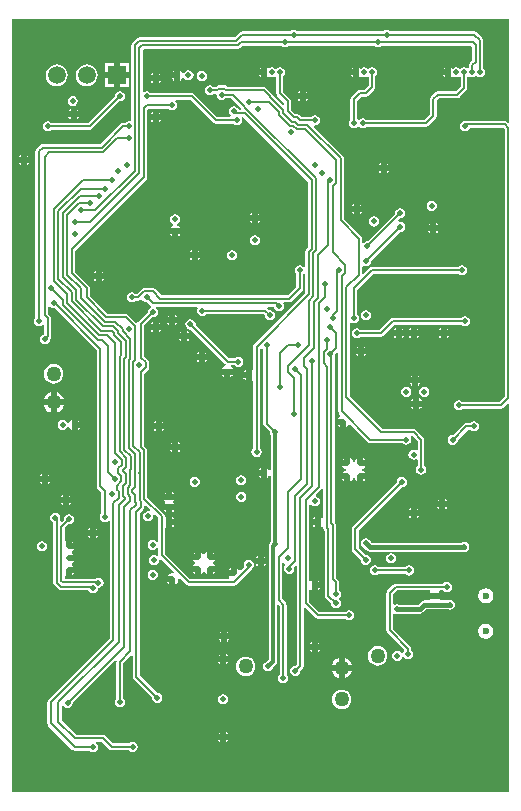
<source format=gbl>
G04*
G04 #@! TF.GenerationSoftware,Altium Limited,Altium Designer,18.1.9 (240)*
G04*
G04 Layer_Physical_Order=2*
G04 Layer_Color=16711680*
%FSLAX25Y25*%
%MOIN*%
G70*
G01*
G75*
%ADD99C,0.00800*%
%ADD100C,0.01500*%
%ADD102C,0.01300*%
%ADD103C,0.02362*%
%ADD104R,0.05906X0.05906*%
%ADD105C,0.05906*%
%ADD106C,0.05000*%
%ADD107C,0.01968*%
G36*
X166777Y224463D02*
X166315Y224272D01*
X166177Y224409D01*
X165813Y224652D01*
X165384Y224737D01*
X165384Y224737D01*
X152000D01*
X151571Y224652D01*
X151528Y224623D01*
X151343Y224587D01*
X150786Y224214D01*
X150414Y223657D01*
X150283Y223000D01*
X150414Y222343D01*
X150786Y221786D01*
X151343Y221413D01*
X152000Y221283D01*
X152657Y221413D01*
X153214Y221786D01*
X153586Y222343D01*
X153617Y222494D01*
X164920D01*
X165278Y222135D01*
Y132865D01*
X163535Y131122D01*
X151276D01*
X151214Y131214D01*
X150657Y131587D01*
X150000Y131717D01*
X149343Y131587D01*
X148786Y131214D01*
X148414Y130657D01*
X148283Y130000D01*
X148414Y129343D01*
X148786Y128786D01*
X149343Y128413D01*
X150000Y128283D01*
X150657Y128413D01*
X151214Y128786D01*
X151276Y128878D01*
X164000D01*
X164000Y128878D01*
X164429Y128964D01*
X164793Y129207D01*
X166315Y130728D01*
X166777Y130537D01*
X166777Y1223D01*
X1223D01*
Y258776D01*
X166777D01*
Y224463D01*
D02*
G37*
%LPC*%
G36*
X126000Y255217D02*
X125343Y255086D01*
X124786Y254714D01*
X124724Y254622D01*
X96276D01*
X96214Y254714D01*
X95657Y255086D01*
X95000Y255217D01*
X94343Y255086D01*
X93786Y254714D01*
X93724Y254622D01*
X77725D01*
X77725Y254622D01*
X77296Y254536D01*
X76932Y254293D01*
X76932Y254293D01*
X75261Y252622D01*
X43500D01*
X43500Y252622D01*
X43071Y252536D01*
X42707Y252293D01*
X41207Y250793D01*
X40964Y250429D01*
X40878Y250000D01*
X40878Y250000D01*
Y224938D01*
X40378Y224625D01*
X39916Y224717D01*
X39259Y224587D01*
X38702Y224214D01*
X38640Y224121D01*
X38000D01*
X38000Y224122D01*
X37571Y224036D01*
X37207Y223793D01*
X37207Y223793D01*
X30475Y217061D01*
X11294D01*
X11294Y217061D01*
X10865Y216975D01*
X10501Y216732D01*
X9207Y215438D01*
X8964Y215074D01*
X8878Y214645D01*
X8878Y214645D01*
Y159276D01*
X8786Y159214D01*
X8414Y158657D01*
X8283Y158000D01*
X8414Y157343D01*
X8786Y156786D01*
X9343Y156413D01*
X10000Y156283D01*
X10657Y156413D01*
X11214Y156786D01*
X11378Y157031D01*
X11878Y156880D01*
Y153693D01*
X11343Y153586D01*
X10786Y153214D01*
X10413Y152657D01*
X10283Y152000D01*
X10413Y151343D01*
X10786Y150786D01*
X11343Y150414D01*
X12000Y150283D01*
X12657Y150414D01*
X13214Y150786D01*
X13587Y151343D01*
X13717Y152000D01*
X13695Y152109D01*
X13793Y152207D01*
X13793Y152207D01*
X14036Y152571D01*
X14121Y153000D01*
Y159000D01*
X14122Y159000D01*
X14036Y159429D01*
X13793Y159793D01*
X13793Y159793D01*
X13037Y160549D01*
Y163006D01*
X13537Y163157D01*
X13786Y162786D01*
X14343Y162414D01*
X15000Y162283D01*
X15336Y162350D01*
X29378Y148308D01*
Y103000D01*
X29378Y103000D01*
X29464Y102571D01*
X29707Y102207D01*
X30878Y101035D01*
Y94110D01*
X30786Y94048D01*
X30413Y93490D01*
X30283Y92833D01*
X30413Y92176D01*
X30786Y91619D01*
X31343Y91247D01*
X32000Y91116D01*
X32657Y91247D01*
X33194Y91606D01*
X33312Y91582D01*
X33694Y91437D01*
Y52391D01*
X13207Y31903D01*
X12964Y31540D01*
X12878Y31110D01*
X12878Y31110D01*
Y24000D01*
X12878Y24000D01*
X12964Y23571D01*
X13207Y23207D01*
X21207Y15207D01*
X21207Y15207D01*
X21571Y14964D01*
X22000Y14878D01*
X22000Y14878D01*
X26724D01*
X26786Y14786D01*
X27343Y14413D01*
X28000Y14283D01*
X28657Y14413D01*
X29214Y14786D01*
X29586Y15343D01*
X29717Y16000D01*
X29586Y16657D01*
X29214Y17214D01*
X28969Y17379D01*
X29120Y17878D01*
X31035D01*
X33514Y15400D01*
X33514Y15400D01*
X33878Y15157D01*
X34307Y15071D01*
X40031D01*
X40093Y14979D01*
X40650Y14606D01*
X41307Y14476D01*
X41964Y14606D01*
X42521Y14979D01*
X42894Y15536D01*
X43024Y16193D01*
X42894Y16850D01*
X42521Y17407D01*
X41964Y17779D01*
X41307Y17910D01*
X40650Y17779D01*
X40093Y17407D01*
X40031Y17314D01*
X34772D01*
X32293Y19793D01*
X31929Y20036D01*
X31500Y20122D01*
X31500Y20121D01*
X22465D01*
X17621Y24965D01*
Y30024D01*
X17752Y30073D01*
X18122Y30108D01*
X18439Y29632D01*
X18996Y29260D01*
X19654Y29129D01*
X20311Y29260D01*
X20868Y29632D01*
X21240Y30189D01*
X21371Y30846D01*
X21349Y30956D01*
X35535Y45142D01*
X35740Y45040D01*
X35948Y44847D01*
X35879Y44500D01*
X35879Y44500D01*
Y32276D01*
X35786Y32214D01*
X35414Y31657D01*
X35283Y31000D01*
X35414Y30343D01*
X35786Y29786D01*
X36343Y29414D01*
X37000Y29283D01*
X37657Y29414D01*
X38214Y29786D01*
X38587Y30343D01*
X38717Y31000D01*
X38587Y31657D01*
X38214Y32214D01*
X38122Y32276D01*
Y44036D01*
X40878Y46792D01*
X41378Y46585D01*
Y39500D01*
X41378Y39500D01*
X41464Y39071D01*
X41707Y38707D01*
X47805Y32609D01*
X47783Y32500D01*
X47914Y31843D01*
X48286Y31286D01*
X48843Y30913D01*
X49500Y30783D01*
X50157Y30913D01*
X50714Y31286D01*
X51087Y31843D01*
X51217Y32500D01*
X51087Y33157D01*
X50714Y33714D01*
X50157Y34087D01*
X49500Y34217D01*
X49391Y34196D01*
X43622Y39965D01*
Y93990D01*
X44909Y95277D01*
X45152Y95641D01*
X45237Y96070D01*
X45237Y96070D01*
Y96523D01*
X45699Y96715D01*
X47246Y95168D01*
X47228Y95073D01*
X46654Y94687D01*
X46500Y94717D01*
X45843Y94587D01*
X45286Y94214D01*
X44914Y93657D01*
X44783Y93000D01*
X44914Y92343D01*
X45286Y91786D01*
X45843Y91413D01*
X46500Y91283D01*
X47157Y91413D01*
X47714Y91786D01*
X48087Y92343D01*
X48217Y93000D01*
X48187Y93154D01*
X48573Y93728D01*
X48668Y93746D01*
X49878Y92535D01*
Y84620D01*
X49378Y84469D01*
X49214Y84714D01*
X48657Y85087D01*
X48000Y85217D01*
X47343Y85087D01*
X46786Y84714D01*
X46413Y84157D01*
X46283Y83500D01*
X46413Y82843D01*
X46786Y82286D01*
X47343Y81914D01*
X48000Y81783D01*
X48657Y81914D01*
X49214Y82286D01*
X49378Y82531D01*
X49878Y82380D01*
Y80190D01*
X49479Y79930D01*
X49391Y79915D01*
X49157Y80071D01*
X48500Y80202D01*
X47843Y80071D01*
X47286Y79698D01*
X46913Y79141D01*
X46783Y78484D01*
X46913Y77827D01*
X47286Y77270D01*
X47843Y76898D01*
X48500Y76767D01*
X49157Y76898D01*
X49714Y77270D01*
X50087Y77827D01*
X50217Y78484D01*
X50216Y78491D01*
X50677Y78737D01*
X54975Y74438D01*
X54729Y73978D01*
X54500Y74023D01*
X53726Y73869D01*
X53070Y73431D01*
X52782Y73000D01*
X54500D01*
Y72000D01*
X55500D01*
Y70282D01*
X55931Y70569D01*
X56369Y71226D01*
X56523Y72000D01*
X56478Y72229D01*
X56938Y72475D01*
X59207Y70207D01*
X59207Y70207D01*
X59571Y69964D01*
X60000Y69878D01*
X75000D01*
X75000Y69878D01*
X75429Y69964D01*
X75793Y70207D01*
X80793Y75207D01*
X80793Y75207D01*
X80997Y75513D01*
X81214Y75658D01*
X81587Y76215D01*
X81717Y76872D01*
X81680Y77060D01*
X81677Y77073D01*
X81678Y77073D01*
X81587Y77529D01*
Y77529D01*
X81587Y77529D01*
X81564Y77563D01*
X81214Y78086D01*
X80657Y78458D01*
X80000Y78589D01*
X79343Y78458D01*
X78786Y78086D01*
X78413Y77529D01*
X78283Y76872D01*
X78413Y76215D01*
X78500Y76086D01*
X77315Y74901D01*
X76714Y75007D01*
X76431Y75431D01*
X76000Y75718D01*
Y74000D01*
X75000D01*
Y73000D01*
X73282D01*
X73535Y72622D01*
X73475Y72385D01*
X73340Y72122D01*
X60465D01*
X52122Y80465D01*
Y89004D01*
X52500Y89207D01*
Y91000D01*
Y92718D01*
X52562Y92760D01*
X52412Y92840D01*
X52110Y93059D01*
X52036Y93429D01*
X51793Y93793D01*
X51793Y93793D01*
X46206Y99380D01*
Y114970D01*
X46206Y114970D01*
X46121Y115399D01*
X45877Y115763D01*
X45877Y115763D01*
X45122Y116519D01*
Y140588D01*
X46377Y141844D01*
X46377Y141844D01*
X46620Y142208D01*
X46706Y142637D01*
X46706Y142637D01*
Y144363D01*
X46706Y144363D01*
X46620Y144792D01*
X46377Y145156D01*
X46377Y145156D01*
X45122Y146412D01*
Y156535D01*
X47891Y159304D01*
X48000Y159283D01*
X48657Y159414D01*
X49214Y159786D01*
X49586Y160343D01*
X49717Y161000D01*
X49586Y161657D01*
X49214Y162214D01*
X48969Y162378D01*
X49120Y162878D01*
X62794D01*
X63061Y162378D01*
X62914Y162157D01*
X62783Y161500D01*
X62914Y160843D01*
X63286Y160286D01*
X63843Y159914D01*
X64500Y159783D01*
X65157Y159914D01*
X65714Y160286D01*
X65833Y160463D01*
X84951D01*
X85304Y160109D01*
X85283Y160000D01*
X85413Y159343D01*
X85786Y158786D01*
X86343Y158414D01*
X87000Y158283D01*
X87657Y158414D01*
X88214Y158786D01*
X88586Y159343D01*
X88717Y160000D01*
X88586Y160657D01*
X88214Y161214D01*
X87657Y161586D01*
X87000Y161717D01*
X86891Y161696D01*
X86209Y162377D01*
X86207Y162378D01*
X86359Y162878D01*
X88307D01*
X88414Y162343D01*
X88786Y161786D01*
X89343Y161414D01*
X90000Y161283D01*
X90657Y161414D01*
X91214Y161786D01*
X91587Y162343D01*
X91717Y163000D01*
X91587Y163657D01*
X91439Y163878D01*
X91706Y164378D01*
X93500D01*
X93500Y164378D01*
X93929Y164464D01*
X94293Y164707D01*
X97793Y168207D01*
X97793Y168207D01*
X98036Y168571D01*
X98122Y169000D01*
X98122Y169000D01*
Y173645D01*
X98378Y173873D01*
X98878Y173691D01*
Y167433D01*
X81801Y150356D01*
X81558Y149992D01*
X81473Y149563D01*
X81473Y149563D01*
Y142025D01*
X80973Y141757D01*
X80937Y141781D01*
Y140063D01*
Y138345D01*
X80973Y138369D01*
X81473Y138101D01*
Y115745D01*
X81380Y115683D01*
X81008Y115126D01*
X80877Y114469D01*
X81008Y113811D01*
X81380Y113254D01*
X81937Y112882D01*
X82595Y112751D01*
X83252Y112882D01*
X83809Y113254D01*
X84181Y113811D01*
X84312Y114469D01*
X84181Y115126D01*
X83809Y115683D01*
X83716Y115745D01*
Y148924D01*
X84043Y149199D01*
X84571Y149108D01*
X84786Y148786D01*
X84878Y148724D01*
Y123870D01*
X84878Y123870D01*
X84964Y123441D01*
X85207Y123077D01*
X86990Y121294D01*
X86968Y121185D01*
X87098Y120528D01*
X87309Y120213D01*
Y108448D01*
X87250Y108425D01*
X86809Y108365D01*
X86431Y108931D01*
X86000Y109218D01*
Y107500D01*
Y105782D01*
X86431Y106070D01*
X86809Y106635D01*
X87250Y106575D01*
X87309Y106552D01*
Y84657D01*
X87098Y84342D01*
X87024Y83970D01*
X86728Y83527D01*
X86624Y83000D01*
Y45070D01*
X86214Y44660D01*
X85843Y44587D01*
X85286Y44214D01*
X84913Y43657D01*
X84783Y43000D01*
X84913Y42343D01*
X85286Y41786D01*
X85843Y41414D01*
X86500Y41283D01*
X87157Y41414D01*
X87714Y41786D01*
X88087Y42343D01*
X88160Y42714D01*
X88973Y43527D01*
X88973Y43527D01*
X89272Y43973D01*
X89376Y44500D01*
X89376Y44500D01*
Y63384D01*
X89838Y63575D01*
X90376Y63038D01*
X90378Y40276D01*
X90286Y40214D01*
X89913Y39657D01*
X89783Y39000D01*
X89913Y38343D01*
X90286Y37786D01*
X90843Y37413D01*
X91500Y37283D01*
X92157Y37413D01*
X92714Y37786D01*
X93087Y38343D01*
X93217Y39000D01*
X93087Y39657D01*
X92714Y40214D01*
X92621Y40276D01*
X92619Y63503D01*
X92619Y63503D01*
X92533Y63932D01*
X92290Y64296D01*
X92290Y64296D01*
X91122Y65464D01*
Y77340D01*
X91385Y77475D01*
X91622Y77535D01*
X92118Y77203D01*
X92225Y76891D01*
X92224Y76622D01*
X91913Y76157D01*
X91783Y75500D01*
X91913Y74843D01*
X92286Y74286D01*
X92843Y73914D01*
X93500Y73783D01*
X94157Y73914D01*
X94714Y74286D01*
X95087Y74843D01*
X95217Y75500D01*
X95091Y76133D01*
X95617Y76659D01*
X96078Y76467D01*
Y43665D01*
X95609Y43196D01*
X95500Y43217D01*
X94843Y43087D01*
X94286Y42714D01*
X93914Y42157D01*
X93783Y41500D01*
X93914Y40843D01*
X94286Y40286D01*
X94843Y39913D01*
X95500Y39783D01*
X96157Y39913D01*
X96714Y40286D01*
X97087Y40843D01*
X97217Y41500D01*
X97196Y41609D01*
X97993Y42407D01*
X97993Y42407D01*
X98236Y42771D01*
X98322Y43200D01*
Y62439D01*
X98784Y62630D01*
X102207Y59207D01*
X102207Y59207D01*
X102571Y58964D01*
X103000Y58878D01*
X103000Y58878D01*
X112224D01*
X112286Y58786D01*
X112843Y58413D01*
X113500Y58283D01*
X114157Y58413D01*
X114714Y58786D01*
X115087Y59343D01*
X115217Y60000D01*
X115087Y60657D01*
X114714Y61214D01*
X114157Y61587D01*
X113500Y61717D01*
X112843Y61587D01*
X112286Y61214D01*
X112224Y61122D01*
X103464D01*
X100122Y64464D01*
Y68340D01*
X100385Y68475D01*
X100622Y68535D01*
X101000Y68282D01*
Y70000D01*
Y71718D01*
X100622Y71465D01*
X100385Y71525D01*
X100122Y71660D01*
Y96880D01*
X100622Y97031D01*
X100786Y96786D01*
X101343Y96413D01*
X102000Y96283D01*
X102657Y96413D01*
X103214Y96786D01*
X103586Y97343D01*
X103717Y98000D01*
X103586Y98657D01*
X103214Y99214D01*
X102657Y99586D01*
X102502Y99617D01*
X102337Y100160D01*
X104177Y102000D01*
X104177Y102000D01*
X104378Y102301D01*
X104621Y102300D01*
X104878Y102218D01*
Y92660D01*
X104615Y92525D01*
X104378Y92465D01*
X104000Y92718D01*
Y91000D01*
Y89282D01*
X104378Y89535D01*
X104615Y89475D01*
X104878Y89340D01*
Y89221D01*
X104878Y89221D01*
X104964Y88792D01*
X105207Y88428D01*
X105378Y88256D01*
Y66500D01*
X105378Y66500D01*
X105464Y66071D01*
X105707Y65707D01*
X107305Y64109D01*
X107283Y64000D01*
X107413Y63343D01*
X107786Y62786D01*
X108343Y62414D01*
X109000Y62283D01*
X109657Y62414D01*
X110214Y62786D01*
X110587Y63343D01*
X110717Y64000D01*
X110587Y64657D01*
X110214Y65214D01*
X110161Y65250D01*
Y65750D01*
X110214Y65786D01*
X110587Y66343D01*
X110717Y67000D01*
X110587Y67657D01*
X110214Y68214D01*
X110122Y68276D01*
Y71000D01*
X110036Y71429D01*
X109793Y71793D01*
X109793Y71793D01*
X109122Y72465D01*
Y90152D01*
X109122Y90153D01*
X109036Y90582D01*
X108793Y90946D01*
X108793Y90946D01*
X108622Y91117D01*
Y146500D01*
X108622Y146500D01*
X108620Y146510D01*
X108717Y147000D01*
X108695Y147109D01*
X109378Y147792D01*
X109878Y147585D01*
Y128000D01*
X109878Y128000D01*
X109964Y127571D01*
X110207Y127207D01*
X110567Y126846D01*
X110462Y126245D01*
X110038Y125962D01*
X109750Y125531D01*
X111469D01*
Y124531D01*
X112469D01*
Y122813D01*
X112899Y123101D01*
X113182Y123525D01*
X113783Y123630D01*
X119644Y117770D01*
X119644Y117770D01*
X120008Y117527D01*
X120437Y117441D01*
X131161D01*
X131223Y117349D01*
X131780Y116976D01*
X132437Y116846D01*
X133094Y116976D01*
X133651Y117349D01*
X134024Y117906D01*
X134154Y118563D01*
X134024Y119220D01*
X133989Y119272D01*
X134219Y119733D01*
X134639Y119775D01*
X136316Y118098D01*
Y115269D01*
X135816Y115002D01*
X135594Y115150D01*
X134937Y115280D01*
X134280Y115150D01*
X133723Y114777D01*
X133351Y114220D01*
X133220Y113563D01*
X133351Y112906D01*
X133723Y112349D01*
X134280Y111977D01*
X134937Y111846D01*
X135594Y111977D01*
X135816Y112124D01*
X136316Y111857D01*
Y109839D01*
X136223Y109777D01*
X135851Y109220D01*
X135720Y108563D01*
X135851Y107906D01*
X136223Y107349D01*
X136780Y106976D01*
X137437Y106846D01*
X138094Y106976D01*
X138651Y107349D01*
X139024Y107906D01*
X139154Y108563D01*
X139024Y109220D01*
X138651Y109777D01*
X138559Y109839D01*
Y118563D01*
X138473Y118992D01*
X138230Y119356D01*
X138230Y119356D01*
X135793Y121793D01*
X135429Y122036D01*
X135000Y122122D01*
X135000Y122122D01*
X124586D01*
X113622Y133086D01*
Y157294D01*
X114122Y157561D01*
X114343Y157413D01*
X115000Y157283D01*
X115657Y157413D01*
X116214Y157786D01*
X116586Y158343D01*
X116717Y159000D01*
X116586Y159657D01*
X116214Y160214D01*
X116122Y160276D01*
Y168535D01*
X121465Y173878D01*
X149724D01*
X149786Y173786D01*
X150343Y173414D01*
X151000Y173283D01*
X151657Y173414D01*
X152214Y173786D01*
X152586Y174343D01*
X152717Y175000D01*
X152586Y175657D01*
X152214Y176214D01*
X151657Y176586D01*
X151000Y176717D01*
X150343Y176586D01*
X149786Y176214D01*
X149724Y176122D01*
X121000D01*
X121000Y176122D01*
X120571Y176036D01*
X120207Y175793D01*
X120207Y175793D01*
X118222Y173808D01*
X117722Y174015D01*
Y176227D01*
X118222Y176495D01*
X118343Y176414D01*
X119000Y176283D01*
X119657Y176414D01*
X120214Y176786D01*
X120587Y177343D01*
X120717Y178000D01*
X120696Y178109D01*
X130391Y187805D01*
X130500Y187783D01*
X131157Y187914D01*
X131714Y188286D01*
X132087Y188843D01*
X132217Y189500D01*
X132087Y190157D01*
X131714Y190714D01*
X131157Y191087D01*
X130500Y191217D01*
X130346Y191187D01*
X129772Y191573D01*
X129753Y191667D01*
X130391Y192305D01*
X130500Y192283D01*
X131157Y192413D01*
X131714Y192786D01*
X132087Y193343D01*
X132217Y194000D01*
X132087Y194657D01*
X131714Y195214D01*
X131157Y195587D01*
X130500Y195717D01*
X129843Y195587D01*
X129286Y195214D01*
X128913Y194657D01*
X128783Y194000D01*
X128805Y193891D01*
X119609Y184695D01*
X119500Y184717D01*
X118843Y184587D01*
X118286Y184214D01*
X118222Y184118D01*
X117722Y184270D01*
Y185600D01*
X117722Y185600D01*
X117636Y186029D01*
X117393Y186393D01*
X111706Y192080D01*
Y212416D01*
X111706Y212416D01*
X111620Y212845D01*
X111377Y213209D01*
X111377Y213209D01*
X101767Y222819D01*
X102000Y223283D01*
X102657Y223413D01*
X103214Y223786D01*
X103586Y224343D01*
X103717Y225000D01*
X103586Y225657D01*
X103214Y226214D01*
X102657Y226587D01*
X102000Y226717D01*
X101343Y226587D01*
X100786Y226214D01*
X100724Y226121D01*
X97655D01*
X96899Y226877D01*
X96535Y227120D01*
X96106Y227206D01*
X96106Y227206D01*
X95380D01*
X94100Y228486D01*
Y231378D01*
X94015Y231807D01*
X93772Y232171D01*
X93772Y232171D01*
X91478Y234465D01*
Y239724D01*
X91571Y239786D01*
X91943Y240343D01*
X92074Y241000D01*
X91943Y241657D01*
X91571Y242214D01*
X91014Y242586D01*
X90357Y242717D01*
X89700Y242586D01*
X89142Y242214D01*
X88902D01*
X88345Y242586D01*
X87688Y242717D01*
X87031Y242586D01*
X86557Y242270D01*
X86450Y242431D01*
X86020Y242718D01*
Y241246D01*
X85971Y241000D01*
X86020Y240754D01*
Y239282D01*
X86450Y239569D01*
X86557Y239730D01*
X87031Y239413D01*
X87688Y239283D01*
X88345Y239413D01*
X88735Y239674D01*
X89235Y239452D01*
Y234000D01*
X89235Y234000D01*
X89320Y233571D01*
X89564Y233207D01*
X91857Y230913D01*
Y230261D01*
X91395Y230070D01*
X88036Y233429D01*
X88036Y233429D01*
X87793Y233793D01*
X87793Y233793D01*
X85793Y235793D01*
X85429Y236036D01*
X85000Y236122D01*
X85000Y236122D01*
X72912D01*
X72656Y236377D01*
X72293Y236620D01*
X71863Y236706D01*
X71863Y236706D01*
X70137D01*
X69708Y236620D01*
X69344Y236377D01*
X69344Y236377D01*
X69088Y236122D01*
X68276D01*
X68214Y236214D01*
X67657Y236587D01*
X67000Y236717D01*
X66343Y236587D01*
X65786Y236214D01*
X65413Y235657D01*
X65283Y235000D01*
X65413Y234343D01*
X65786Y233786D01*
X66343Y233414D01*
X67000Y233283D01*
X67657Y233414D01*
X68214Y233786D01*
X68276Y233878D01*
X68972D01*
X69283Y233500D01*
X69414Y232843D01*
X69786Y232286D01*
X70343Y231913D01*
X71000Y231783D01*
X71657Y231913D01*
X72214Y232286D01*
X72276Y232379D01*
X74157D01*
X76984Y229551D01*
X77123Y229344D01*
X77467Y228999D01*
X77276Y228537D01*
X76610D01*
X76587Y228657D01*
X76214Y229214D01*
X75657Y229587D01*
X75000Y229717D01*
X74343Y229587D01*
X73786Y229214D01*
X73413Y228657D01*
X73283Y228000D01*
X73413Y227343D01*
X73786Y226786D01*
X74031Y226622D01*
X73880Y226121D01*
X69517D01*
X61846Y233793D01*
X61482Y234036D01*
X61053Y234122D01*
X61053Y234121D01*
X47276D01*
X47214Y234214D01*
X46657Y234587D01*
X46000Y234717D01*
X45343Y234587D01*
X45122Y234439D01*
X44622Y234706D01*
Y248535D01*
X44965Y248879D01*
X76346D01*
X76346Y248878D01*
X76776Y248964D01*
X77140Y249207D01*
X77811Y249879D01*
X90724D01*
X90786Y249786D01*
X91343Y249413D01*
X92000Y249283D01*
X92657Y249413D01*
X93214Y249786D01*
X93276Y249879D01*
X121724D01*
X121786Y249786D01*
X122343Y249413D01*
X123000Y249283D01*
X123657Y249413D01*
X124214Y249786D01*
X124276Y249879D01*
X154136D01*
X154479Y249535D01*
Y245065D01*
X153639Y244225D01*
X153396Y243862D01*
X153311Y243432D01*
X153311Y243432D01*
Y242548D01*
X152811Y242326D01*
X152421Y242586D01*
X151764Y242717D01*
X151107Y242586D01*
X150549Y242214D01*
X150310D01*
X149752Y242586D01*
X149095Y242717D01*
X148438Y242586D01*
X147965Y242270D01*
X147857Y242431D01*
X147427Y242718D01*
Y241246D01*
X147378Y241000D01*
X147427Y240754D01*
Y239282D01*
X147857Y239569D01*
X147965Y239730D01*
X148438Y239413D01*
X149095Y239283D01*
X149752Y239413D01*
X150142Y239674D01*
X150642Y239452D01*
Y236228D01*
X149035Y234622D01*
X143000D01*
X143000Y234622D01*
X142571Y234536D01*
X142207Y234293D01*
X140707Y232793D01*
X140464Y232429D01*
X140378Y232000D01*
X140378Y232000D01*
Y226965D01*
X138535Y225121D01*
X119276D01*
X119214Y225214D01*
X118657Y225587D01*
X118000Y225717D01*
X117343Y225587D01*
X116786Y225214D01*
X116324Y225390D01*
X116122Y225576D01*
Y231535D01*
X117465Y232878D01*
X119000D01*
X119000Y232878D01*
X119429Y232964D01*
X119793Y233207D01*
X121861Y235275D01*
X121861Y235275D01*
X122104Y235638D01*
X122189Y236068D01*
X122189Y236068D01*
Y239724D01*
X122282Y239786D01*
X122654Y240343D01*
X122785Y241000D01*
X122654Y241657D01*
X122282Y242214D01*
X121725Y242586D01*
X121068Y242717D01*
X120410Y242586D01*
X119853Y242214D01*
X119613D01*
X119056Y242586D01*
X118399Y242717D01*
X117742Y242586D01*
X117268Y242270D01*
X117161Y242431D01*
X116730Y242718D01*
Y241246D01*
X116682Y241000D01*
X116730Y240754D01*
Y239282D01*
X117161Y239569D01*
X117268Y239730D01*
X117742Y239413D01*
X118399Y239283D01*
X119056Y239413D01*
X119446Y239674D01*
X119946Y239452D01*
Y236532D01*
X118535Y235121D01*
X117000D01*
X117000Y235122D01*
X116571Y235036D01*
X116207Y234793D01*
X116207Y234793D01*
X114207Y232793D01*
X113964Y232429D01*
X113878Y232000D01*
X113878Y232000D01*
Y225276D01*
X113786Y225214D01*
X113414Y224657D01*
X113283Y224000D01*
X113414Y223343D01*
X113786Y222786D01*
X114343Y222413D01*
X115000Y222283D01*
X115657Y222413D01*
X116214Y222786D01*
X116250Y222839D01*
X116750D01*
X116786Y222786D01*
X117343Y222413D01*
X118000Y222283D01*
X118657Y222413D01*
X119214Y222786D01*
X119276Y222879D01*
X139000D01*
X139000Y222878D01*
X139429Y222964D01*
X139793Y223207D01*
X142293Y225707D01*
X142293Y225707D01*
X142536Y226071D01*
X142622Y226500D01*
Y231535D01*
X143465Y232379D01*
X149500D01*
X149500Y232378D01*
X149929Y232464D01*
X150293Y232707D01*
X152557Y234971D01*
X152557Y234971D01*
X152800Y235335D01*
X152885Y235764D01*
X152885Y235764D01*
Y239452D01*
X153385Y239674D01*
X153775Y239413D01*
X154432Y239283D01*
X155089Y239413D01*
X155647Y239786D01*
X155886D01*
X156444Y239413D01*
X157101Y239283D01*
X157758Y239413D01*
X158315Y239786D01*
X158687Y240343D01*
X158818Y241000D01*
X158687Y241657D01*
X158315Y242214D01*
X158222Y242276D01*
Y251617D01*
X158222Y251618D01*
X158137Y252047D01*
X157894Y252411D01*
X156011Y254293D01*
X155648Y254536D01*
X155218Y254622D01*
X155218Y254622D01*
X127276D01*
X127214Y254714D01*
X126657Y255086D01*
X126000Y255217D01*
D02*
G37*
G36*
X145427Y242718D02*
X144996Y242431D01*
X144709Y242000D01*
X145427D01*
Y242718D01*
D02*
G37*
G36*
X114731D02*
X114300Y242431D01*
X114012Y242000D01*
X114731D01*
Y242718D01*
D02*
G37*
G36*
X84020D02*
X83589Y242431D01*
X83301Y242000D01*
X84020D01*
Y242718D01*
D02*
G37*
G36*
X39953Y243953D02*
X37000D01*
Y241000D01*
X39953D01*
Y243953D01*
D02*
G37*
G36*
X35000D02*
X32047D01*
Y241000D01*
X35000D01*
Y243953D01*
D02*
G37*
G36*
X55032Y241687D02*
X54601Y241399D01*
X54313Y240968D01*
X55032D01*
Y241687D01*
D02*
G37*
G36*
X59900Y241717D02*
X59243Y241586D01*
X58686Y241214D01*
X58401Y240789D01*
X58143Y240765D01*
X57924Y240785D01*
X57858Y240807D01*
X57462Y241399D01*
X57032Y241687D01*
Y239968D01*
Y238250D01*
X57462Y238538D01*
X57879Y239161D01*
X58091Y239195D01*
X58411Y239197D01*
X58686Y238786D01*
X59243Y238414D01*
X59900Y238283D01*
X60557Y238414D01*
X61114Y238786D01*
X61487Y239343D01*
X61617Y240000D01*
X61487Y240657D01*
X61114Y241214D01*
X60557Y241586D01*
X59900Y241717D01*
D02*
G37*
G36*
X50000Y240718D02*
Y240000D01*
X50718D01*
X50431Y240431D01*
X50000Y240718D01*
D02*
G37*
G36*
X48000D02*
X47569Y240431D01*
X47282Y240000D01*
X48000D01*
Y240718D01*
D02*
G37*
G36*
X145427Y240000D02*
X144709D01*
X144996Y239569D01*
X145427Y239282D01*
Y240000D01*
D02*
G37*
G36*
X114731D02*
X114012D01*
X114300Y239569D01*
X114731Y239282D01*
Y240000D01*
D02*
G37*
G36*
X84020D02*
X83301D01*
X83589Y239569D01*
X84020Y239282D01*
Y240000D01*
D02*
G37*
G36*
X55032Y238968D02*
X54313D01*
X54601Y238538D01*
X55032Y238250D01*
Y238968D01*
D02*
G37*
G36*
X64331Y241467D02*
X63674Y241336D01*
X63116Y240964D01*
X62744Y240407D01*
X62613Y239750D01*
X62744Y239093D01*
X63116Y238536D01*
X63674Y238163D01*
X64331Y238033D01*
X64988Y238163D01*
X65545Y238536D01*
X65917Y239093D01*
X66048Y239750D01*
X65917Y240407D01*
X65545Y240964D01*
X64988Y241336D01*
X64331Y241467D01*
D02*
G37*
G36*
X50718Y238000D02*
X50000D01*
Y237282D01*
X50431Y237569D01*
X50718Y238000D01*
D02*
G37*
G36*
X48000D02*
X47282D01*
X47569Y237569D01*
X48000Y237282D01*
Y238000D01*
D02*
G37*
G36*
X26000Y243684D02*
X25046Y243559D01*
X24158Y243191D01*
X23395Y242605D01*
X22809Y241842D01*
X22441Y240954D01*
X22316Y240000D01*
X22441Y239046D01*
X22809Y238158D01*
X23395Y237395D01*
X24158Y236809D01*
X25046Y236441D01*
X26000Y236316D01*
X26954Y236441D01*
X27842Y236809D01*
X28605Y237395D01*
X29191Y238158D01*
X29559Y239046D01*
X29684Y240000D01*
X29559Y240954D01*
X29191Y241842D01*
X28605Y242605D01*
X27842Y243191D01*
X26954Y243559D01*
X26000Y243684D01*
D02*
G37*
G36*
X16000D02*
X15046Y243559D01*
X14158Y243191D01*
X13395Y242605D01*
X12809Y241842D01*
X12441Y240954D01*
X12316Y240000D01*
X12441Y239046D01*
X12809Y238158D01*
X13395Y237395D01*
X14158Y236809D01*
X15046Y236441D01*
X16000Y236316D01*
X16954Y236441D01*
X17842Y236809D01*
X18605Y237395D01*
X19191Y238158D01*
X19559Y239046D01*
X19684Y240000D01*
X19559Y240954D01*
X19191Y241842D01*
X18605Y242605D01*
X17842Y243191D01*
X16954Y243559D01*
X16000Y243684D01*
D02*
G37*
G36*
X39953Y239000D02*
X37000D01*
Y236047D01*
X39953D01*
Y239000D01*
D02*
G37*
G36*
X35000D02*
X32047D01*
Y236047D01*
X35000D01*
Y239000D01*
D02*
G37*
G36*
X99000Y234718D02*
Y234000D01*
X99718D01*
X99431Y234431D01*
X99000Y234718D01*
D02*
G37*
G36*
X97000D02*
X96569Y234431D01*
X96282Y234000D01*
X97000D01*
Y234718D01*
D02*
G37*
G36*
X37000Y234717D02*
X36343Y234587D01*
X35786Y234214D01*
X35414Y233657D01*
X35283Y233000D01*
X35304Y232891D01*
X26535Y224121D01*
X14276D01*
X14214Y224214D01*
X13657Y224587D01*
X13000Y224717D01*
X12343Y224587D01*
X11786Y224214D01*
X11413Y223657D01*
X11283Y223000D01*
X11413Y222343D01*
X11786Y221786D01*
X12343Y221413D01*
X13000Y221283D01*
X13657Y221413D01*
X14214Y221786D01*
X14276Y221879D01*
X27000D01*
X27000Y221878D01*
X27429Y221964D01*
X27793Y222207D01*
X36891Y231305D01*
X37000Y231283D01*
X37657Y231414D01*
X38214Y231786D01*
X38587Y232343D01*
X38717Y233000D01*
X38587Y233657D01*
X38214Y234214D01*
X37657Y234587D01*
X37000Y234717D01*
D02*
G37*
G36*
X99718Y232000D02*
X99000D01*
Y231282D01*
X99431Y231569D01*
X99718Y232000D01*
D02*
G37*
G36*
X97000D02*
X96282D01*
X96569Y231569D01*
X97000Y231282D01*
Y232000D01*
D02*
G37*
G36*
X21300Y233117D02*
X20643Y232986D01*
X20086Y232614D01*
X19714Y232057D01*
X19583Y231400D01*
X19714Y230743D01*
X20086Y230186D01*
X20643Y229814D01*
X21300Y229683D01*
X21957Y229814D01*
X22514Y230186D01*
X22886Y230743D01*
X23017Y231400D01*
X22886Y232057D01*
X22514Y232614D01*
X21957Y232986D01*
X21300Y233117D01*
D02*
G37*
G36*
X22600Y228718D02*
Y228000D01*
X23318D01*
X23031Y228431D01*
X22600Y228718D01*
D02*
G37*
G36*
X20600D02*
X20169Y228431D01*
X19882Y228000D01*
X20600D01*
Y228718D01*
D02*
G37*
G36*
X23318Y226000D02*
X22600D01*
Y225282D01*
X23031Y225569D01*
X23318Y226000D01*
D02*
G37*
G36*
X20600D02*
X19882D01*
X20169Y225569D01*
X20600Y225282D01*
Y226000D01*
D02*
G37*
G36*
X6000Y213547D02*
Y212829D01*
X6718D01*
X6431Y213260D01*
X6000Y213547D01*
D02*
G37*
G36*
X4000D02*
X3569Y213260D01*
X3282Y212829D01*
X4000D01*
Y213547D01*
D02*
G37*
G36*
X6718Y210829D02*
X6000D01*
Y210111D01*
X6431Y210398D01*
X6718Y210829D01*
D02*
G37*
G36*
X4000D02*
X3282D01*
X3569Y210398D01*
X4000Y210111D01*
Y210829D01*
D02*
G37*
G36*
X126000Y210718D02*
Y210000D01*
X126718D01*
X126431Y210431D01*
X126000Y210718D01*
D02*
G37*
G36*
X124000D02*
X123569Y210431D01*
X123282Y210000D01*
X124000D01*
Y210718D01*
D02*
G37*
G36*
X126718Y208000D02*
X126000D01*
Y207282D01*
X126431Y207569D01*
X126718Y208000D01*
D02*
G37*
G36*
X124000D02*
X123282D01*
X123569Y207569D01*
X124000Y207282D01*
Y208000D01*
D02*
G37*
G36*
X117000Y197218D02*
Y196500D01*
X117718D01*
X117431Y196931D01*
X117000Y197218D01*
D02*
G37*
G36*
X115000D02*
X114569Y196931D01*
X114282Y196500D01*
X115000D01*
Y197218D01*
D02*
G37*
G36*
X141000Y198217D02*
X140343Y198087D01*
X139786Y197714D01*
X139413Y197157D01*
X139283Y196500D01*
X139413Y195843D01*
X139786Y195286D01*
X140343Y194913D01*
X141000Y194783D01*
X141657Y194913D01*
X142214Y195286D01*
X142587Y195843D01*
X142717Y196500D01*
X142587Y197157D01*
X142214Y197714D01*
X141657Y198087D01*
X141000Y198217D01*
D02*
G37*
G36*
X117718Y194500D02*
X117000D01*
Y193782D01*
X117431Y194070D01*
X117718Y194500D01*
D02*
G37*
G36*
X115000D02*
X114282D01*
X114569Y194070D01*
X115000Y193782D01*
Y194500D01*
D02*
G37*
G36*
X142500Y190718D02*
Y190000D01*
X143218D01*
X142931Y190431D01*
X142500Y190718D01*
D02*
G37*
G36*
X140500D02*
X140069Y190431D01*
X139782Y190000D01*
X140500D01*
Y190718D01*
D02*
G37*
G36*
X121731Y193032D02*
X121073Y192902D01*
X120516Y192529D01*
X120144Y191972D01*
X120013Y191315D01*
X120144Y190658D01*
X120516Y190101D01*
X121073Y189728D01*
X121731Y189598D01*
X122388Y189728D01*
X122945Y190101D01*
X123317Y190658D01*
X123448Y191315D01*
X123317Y191972D01*
X122945Y192529D01*
X122388Y192902D01*
X121731Y193032D01*
D02*
G37*
G36*
X143218Y188000D02*
X142500D01*
Y187282D01*
X142931Y187569D01*
X143218Y188000D01*
D02*
G37*
G36*
X140500D02*
X139782D01*
X140069Y187569D01*
X140500Y187282D01*
Y188000D01*
D02*
G37*
G36*
X55500Y160218D02*
Y159500D01*
X56218D01*
X55931Y159931D01*
X55500Y160218D01*
D02*
G37*
G36*
X53500D02*
X53070Y159931D01*
X52782Y159500D01*
X53500D01*
Y160218D01*
D02*
G37*
G36*
X119000Y161717D02*
X118343Y161587D01*
X117786Y161214D01*
X117413Y160657D01*
X117283Y160000D01*
X117413Y159343D01*
X117786Y158786D01*
X118343Y158414D01*
X119000Y158283D01*
X119657Y158414D01*
X120214Y158786D01*
X120587Y159343D01*
X120717Y160000D01*
X120587Y160657D01*
X120214Y161214D01*
X119657Y161587D01*
X119000Y161717D01*
D02*
G37*
G36*
X50000Y157718D02*
Y157000D01*
X50718D01*
X50431Y157431D01*
X50000Y157718D01*
D02*
G37*
G36*
X48000D02*
X47569Y157431D01*
X47282Y157000D01*
X48000D01*
Y157718D01*
D02*
G37*
G36*
X56218Y157500D02*
X55500D01*
Y156782D01*
X55931Y157070D01*
X56218Y157500D01*
D02*
G37*
G36*
X53500D02*
X52782D01*
X53070Y157070D01*
X53500Y156782D01*
Y157500D01*
D02*
G37*
G36*
X152000Y159717D02*
X151343Y159587D01*
X150786Y159214D01*
X150724Y159122D01*
X128000D01*
X127571Y159036D01*
X127207Y158793D01*
X127207Y158793D01*
X123535Y155122D01*
X117276D01*
X117214Y155214D01*
X116657Y155587D01*
X116000Y155717D01*
X115343Y155587D01*
X114786Y155214D01*
X114413Y154657D01*
X114283Y154000D01*
X114413Y153343D01*
X114786Y152786D01*
X115343Y152413D01*
X116000Y152283D01*
X116657Y152413D01*
X117214Y152786D01*
X117276Y152878D01*
X124000D01*
X124000Y152878D01*
X124429Y152964D01*
X124793Y153207D01*
X128465Y156878D01*
X150724D01*
X150786Y156786D01*
X151343Y156413D01*
X152000Y156283D01*
X152657Y156413D01*
X153214Y156786D01*
X153586Y157343D01*
X153717Y158000D01*
X153586Y158657D01*
X153214Y159214D01*
X152657Y159587D01*
X152000Y159717D01*
D02*
G37*
G36*
X146000Y155718D02*
Y155000D01*
X146718D01*
X146431Y155431D01*
X146000Y155718D01*
D02*
G37*
G36*
X144000D02*
X143569Y155431D01*
X143282Y155000D01*
X144000D01*
Y155718D01*
D02*
G37*
G36*
X136000D02*
Y155000D01*
X136718D01*
X136431Y155431D01*
X136000Y155718D01*
D02*
G37*
G36*
X134000D02*
X133569Y155431D01*
X133282Y155000D01*
X134000D01*
Y155718D01*
D02*
G37*
G36*
X131000D02*
Y155000D01*
X131718D01*
X131431Y155431D01*
X131000Y155718D01*
D02*
G37*
G36*
X129000D02*
X128569Y155431D01*
X128282Y155000D01*
X129000D01*
Y155718D01*
D02*
G37*
G36*
X50718Y155000D02*
X50000D01*
Y154282D01*
X50431Y154569D01*
X50718Y155000D01*
D02*
G37*
G36*
X48000D02*
X47282D01*
X47569Y154569D01*
X48000Y154282D01*
Y155000D01*
D02*
G37*
G36*
X59500Y154718D02*
Y154000D01*
X60218D01*
X59931Y154431D01*
X59500Y154718D01*
D02*
G37*
G36*
X57500D02*
X57069Y154431D01*
X56782Y154000D01*
X57500D01*
Y154718D01*
D02*
G37*
G36*
X146718Y153000D02*
X146000D01*
Y152282D01*
X146431Y152569D01*
X146718Y153000D01*
D02*
G37*
G36*
X144000D02*
X143282D01*
X143569Y152569D01*
X144000Y152282D01*
Y153000D01*
D02*
G37*
G36*
X136718D02*
X136000D01*
Y152282D01*
X136431Y152569D01*
X136718Y153000D01*
D02*
G37*
G36*
X134000D02*
X133282D01*
X133569Y152569D01*
X134000Y152282D01*
Y153000D01*
D02*
G37*
G36*
X131718D02*
X131000D01*
Y152282D01*
X131431Y152569D01*
X131718Y153000D01*
D02*
G37*
G36*
X129000D02*
X128282D01*
X128569Y152569D01*
X129000Y152282D01*
Y153000D01*
D02*
G37*
G36*
X60218Y152000D02*
X59500D01*
Y151282D01*
X59931Y151569D01*
X60218Y152000D01*
D02*
G37*
G36*
X57500D02*
X56782D01*
X57069Y151569D01*
X57500Y151282D01*
Y152000D01*
D02*
G37*
G36*
X118468Y149750D02*
Y149031D01*
X119187D01*
X118899Y149462D01*
X118468Y149750D01*
D02*
G37*
G36*
X116469D02*
X116038Y149462D01*
X115750Y149031D01*
X116469D01*
Y149750D01*
D02*
G37*
G36*
X65331Y147718D02*
Y147000D01*
X66049D01*
X65761Y147431D01*
X65331Y147718D01*
D02*
G37*
G36*
X63331D02*
X62900Y147431D01*
X62612Y147000D01*
X63331D01*
Y147718D01*
D02*
G37*
G36*
X119187Y147031D02*
X118468D01*
Y146313D01*
X118899Y146601D01*
X119187Y147031D01*
D02*
G37*
G36*
X116469D02*
X115750D01*
X116038Y146601D01*
X116469Y146313D01*
Y147031D01*
D02*
G37*
G36*
X66049Y145000D02*
X65331D01*
Y144282D01*
X65761Y144570D01*
X66049Y145000D01*
D02*
G37*
G36*
X63331D02*
X62612D01*
X62900Y144570D01*
X63331Y144282D01*
Y145000D01*
D02*
G37*
G36*
X60532Y158686D02*
X59874Y158555D01*
X59317Y158183D01*
X58945Y157626D01*
X58814Y156968D01*
X58945Y156311D01*
X59317Y155754D01*
X59874Y155382D01*
X60532Y155251D01*
X60641Y155273D01*
X72207Y143707D01*
X72207Y143707D01*
X72336Y143621D01*
X72230Y143090D01*
X72126Y143069D01*
X71469Y142631D01*
X71182Y142200D01*
X74618D01*
X74331Y142631D01*
X73959Y142878D01*
X74111Y143378D01*
X75224D01*
X75286Y143286D01*
X75843Y142913D01*
X76500Y142783D01*
X77157Y142913D01*
X77714Y143286D01*
X78087Y143843D01*
X78217Y144500D01*
X78087Y145157D01*
X77714Y145714D01*
X77157Y146087D01*
X76500Y146217D01*
X75843Y146087D01*
X75286Y145714D01*
X75224Y145622D01*
X73465D01*
X62227Y156859D01*
X62249Y156968D01*
X62118Y157626D01*
X61746Y158183D01*
X61189Y158555D01*
X60532Y158686D01*
D02*
G37*
G36*
X78937Y141781D02*
X78506Y141494D01*
X78219Y141063D01*
X78937D01*
Y141781D01*
D02*
G37*
G36*
X74618Y140200D02*
X73900D01*
Y139482D01*
X74331Y139769D01*
X74618Y140200D01*
D02*
G37*
G36*
X71900D02*
X71182D01*
X71469Y139769D01*
X71900Y139482D01*
Y140200D01*
D02*
G37*
G36*
X136469Y140018D02*
Y139300D01*
X137187D01*
X136899Y139731D01*
X136469Y140018D01*
D02*
G37*
G36*
X134468D02*
X134038Y139731D01*
X133750Y139300D01*
X134468D01*
Y140018D01*
D02*
G37*
G36*
X78937Y139063D02*
X78219D01*
X78506Y138633D01*
X78937Y138345D01*
Y139063D01*
D02*
G37*
G36*
X15000Y143728D02*
X14165Y143618D01*
X13386Y143295D01*
X12718Y142782D01*
X12205Y142114D01*
X11882Y141335D01*
X11772Y140500D01*
X11882Y139665D01*
X12205Y138886D01*
X12718Y138218D01*
X13386Y137705D01*
X14165Y137382D01*
X15000Y137272D01*
X15835Y137382D01*
X16614Y137705D01*
X17282Y138218D01*
X17795Y138886D01*
X18118Y139665D01*
X18228Y140500D01*
X18118Y141335D01*
X17795Y142114D01*
X17282Y142782D01*
X16614Y143295D01*
X15835Y143618D01*
X15000Y143728D01*
D02*
G37*
G36*
X137187Y137300D02*
X136469D01*
Y136582D01*
X136899Y136869D01*
X137187Y137300D01*
D02*
G37*
G36*
X134468D02*
X133750D01*
X134038Y136869D01*
X134468Y136582D01*
Y137300D01*
D02*
G37*
G36*
X138469Y136249D02*
X137811Y136118D01*
X137254Y135746D01*
X136882Y135189D01*
X136751Y134531D01*
X136882Y133874D01*
X137254Y133317D01*
X137811Y132945D01*
X138469Y132814D01*
X139126Y132945D01*
X139683Y133317D01*
X140055Y133874D01*
X140186Y134531D01*
X140055Y135189D01*
X139683Y135746D01*
X139126Y136118D01*
X138469Y136249D01*
D02*
G37*
G36*
X132468D02*
X131811Y136118D01*
X131254Y135746D01*
X130882Y135189D01*
X130751Y134531D01*
X130882Y133874D01*
X131254Y133317D01*
X131811Y132945D01*
X132468Y132814D01*
X133126Y132945D01*
X133683Y133317D01*
X134055Y133874D01*
X134186Y134531D01*
X134055Y135189D01*
X133683Y135746D01*
X133126Y136118D01*
X132468Y136249D01*
D02*
G37*
G36*
X16000Y134374D02*
Y132000D01*
X18374D01*
X18057Y132765D01*
X17496Y133496D01*
X16765Y134057D01*
X16000Y134374D01*
D02*
G37*
G36*
X14000Y134374D02*
X13235Y134057D01*
X12504Y133496D01*
X11943Y132765D01*
X11626Y132000D01*
X14000D01*
Y134374D01*
D02*
G37*
G36*
X136900Y132318D02*
Y131600D01*
X137618D01*
X137331Y132031D01*
X136900Y132318D01*
D02*
G37*
G36*
X134900D02*
X134469Y132031D01*
X134182Y131600D01*
X134900D01*
Y132318D01*
D02*
G37*
G36*
X137618Y129600D02*
X136900D01*
Y128882D01*
X137331Y129169D01*
X137618Y129600D01*
D02*
G37*
G36*
X134900D02*
X134182D01*
X134469Y129169D01*
X134900Y128882D01*
Y129600D01*
D02*
G37*
G36*
X18374Y130000D02*
X16000D01*
Y127626D01*
X16765Y127943D01*
X17496Y128504D01*
X18057Y129235D01*
X18374Y130000D01*
D02*
G37*
G36*
X14000D02*
X11626D01*
X11943Y129235D01*
X12504Y128504D01*
X13235Y127943D01*
X14000Y127626D01*
Y130000D01*
D02*
G37*
G36*
X22968Y125187D02*
Y124469D01*
X23687D01*
X23399Y124899D01*
X22968Y125187D01*
D02*
G37*
G36*
X155000Y124717D02*
X154343Y124586D01*
X153786Y124214D01*
X153724Y124122D01*
X152500D01*
X152500Y124122D01*
X152071Y124036D01*
X151707Y123793D01*
X148109Y120195D01*
X148000Y120217D01*
X147343Y120087D01*
X146786Y119714D01*
X146414Y119157D01*
X146283Y118500D01*
X146414Y117843D01*
X146786Y117286D01*
X147343Y116913D01*
X148000Y116783D01*
X148657Y116913D01*
X149214Y117286D01*
X149587Y117843D01*
X149717Y118500D01*
X149696Y118609D01*
X152965Y121878D01*
X153724D01*
X153786Y121786D01*
X154343Y121414D01*
X155000Y121283D01*
X155657Y121414D01*
X156214Y121786D01*
X156587Y122343D01*
X156717Y123000D01*
X156587Y123657D01*
X156214Y124214D01*
X155657Y124586D01*
X155000Y124717D01*
D02*
G37*
G36*
X51000Y124718D02*
Y124000D01*
X51718D01*
X51431Y124431D01*
X51000Y124718D01*
D02*
G37*
G36*
X49000D02*
X48569Y124431D01*
X48282Y124000D01*
X49000D01*
Y124718D01*
D02*
G37*
G36*
X110468Y123531D02*
X109750D01*
X110038Y123101D01*
X110468Y122813D01*
Y123531D01*
D02*
G37*
G36*
X23687Y122468D02*
X22968D01*
Y121750D01*
X23399Y122038D01*
X23687Y122468D01*
D02*
G37*
G36*
X18000Y125217D02*
X17343Y125087D01*
X16786Y124714D01*
X16413Y124157D01*
X16283Y123500D01*
X16413Y122843D01*
X16786Y122286D01*
X17343Y121914D01*
X18000Y121783D01*
X18657Y121914D01*
X19214Y122286D01*
X19566Y122812D01*
X19696Y122828D01*
X20083Y122776D01*
X20099Y122694D01*
X20538Y122038D01*
X20968Y121750D01*
Y123468D01*
Y125187D01*
X20538Y124899D01*
X20099Y124243D01*
X20089Y124193D01*
X19650Y124162D01*
X19576Y124173D01*
X19214Y124714D01*
X18657Y125087D01*
X18000Y125217D01*
D02*
G37*
G36*
X51718Y122000D02*
X51000D01*
Y121282D01*
X51431Y121569D01*
X51718Y122000D01*
D02*
G37*
G36*
X49000D02*
X48282D01*
X48569Y121569D01*
X49000Y121282D01*
Y122000D01*
D02*
G37*
G36*
X56500Y117718D02*
Y117000D01*
X57218D01*
X56931Y117431D01*
X56500Y117718D01*
D02*
G37*
G36*
X54500D02*
X54070Y117431D01*
X53782Y117000D01*
X54500D01*
Y117718D01*
D02*
G37*
G36*
X57218Y115000D02*
X56500D01*
Y114282D01*
X56931Y114569D01*
X57218Y115000D01*
D02*
G37*
G36*
X54500D02*
X53782D01*
X54070Y114569D01*
X54500Y114282D01*
Y115000D01*
D02*
G37*
G36*
X118166Y112384D02*
Y111665D01*
X118884D01*
X118596Y112096D01*
X118166Y112384D01*
D02*
G37*
G36*
X111835D02*
X111404Y112096D01*
X111116Y111665D01*
X111835D01*
Y112384D01*
D02*
G37*
G36*
X116165D02*
X115735Y112096D01*
X115296Y111440D01*
X115255Y111232D01*
X114745D01*
X114704Y111440D01*
X114265Y112096D01*
X113835Y112384D01*
Y110666D01*
X112835D01*
Y109666D01*
X111116D01*
X111404Y109235D01*
X112060Y108796D01*
X112268Y108755D01*
Y108245D01*
X112060Y108204D01*
X111404Y107765D01*
X111116Y107335D01*
X112835D01*
Y106335D01*
X113835D01*
Y104616D01*
X114265Y104904D01*
X114704Y105560D01*
X114745Y105769D01*
X115255D01*
X115296Y105560D01*
X115735Y104904D01*
X116165Y104616D01*
Y106335D01*
X117166D01*
Y107335D01*
X118884D01*
X118596Y107765D01*
X117940Y108204D01*
X117732Y108245D01*
Y108755D01*
X117940Y108796D01*
X118596Y109235D01*
X118884Y109666D01*
X117166D01*
Y110666D01*
X116165D01*
Y112384D01*
D02*
G37*
G36*
X84000Y109218D02*
X83570Y108931D01*
X83282Y108500D01*
X84000D01*
Y109218D01*
D02*
G37*
G36*
X13000Y107218D02*
Y106500D01*
X13718D01*
X13431Y106931D01*
X13000Y107218D01*
D02*
G37*
G36*
X11000D02*
X10569Y106931D01*
X10282Y106500D01*
X11000D01*
Y107218D01*
D02*
G37*
G36*
X84000Y106500D02*
X83282D01*
X83570Y106070D01*
X84000Y105782D01*
Y106500D01*
D02*
G37*
G36*
X118884Y105335D02*
X118166D01*
Y104616D01*
X118596Y104904D01*
X118884Y105335D01*
D02*
G37*
G36*
X111835D02*
X111116D01*
X111404Y104904D01*
X111835Y104616D01*
Y105335D01*
D02*
G37*
G36*
X13718Y104500D02*
X13000D01*
Y103782D01*
X13431Y104069D01*
X13718Y104500D01*
D02*
G37*
G36*
X11000D02*
X10282D01*
X10569Y104069D01*
X11000Y103782D01*
Y104500D01*
D02*
G37*
G36*
X77500Y106717D02*
X76843Y106587D01*
X76286Y106214D01*
X75914Y105657D01*
X75783Y105000D01*
X75914Y104343D01*
X76286Y103786D01*
X76843Y103413D01*
X77500Y103283D01*
X78157Y103413D01*
X78714Y103786D01*
X79087Y104343D01*
X79217Y105000D01*
X79087Y105657D01*
X78714Y106214D01*
X78157Y106587D01*
X77500Y106717D01*
D02*
G37*
G36*
X62000Y106217D02*
X61343Y106087D01*
X60786Y105714D01*
X60413Y105157D01*
X60283Y104500D01*
X60413Y103843D01*
X60786Y103286D01*
X61343Y102913D01*
X62000Y102783D01*
X62657Y102913D01*
X63214Y103286D01*
X63586Y103843D01*
X63717Y104500D01*
X63586Y105157D01*
X63214Y105714D01*
X62657Y106087D01*
X62000Y106217D01*
D02*
G37*
G36*
X131032Y106186D02*
X130374Y106055D01*
X129817Y105683D01*
X129445Y105126D01*
X129314Y104469D01*
X129336Y104359D01*
X114707Y89730D01*
X114464Y89366D01*
X114378Y88937D01*
X114378Y88937D01*
Y82000D01*
X114378Y82000D01*
X114464Y81571D01*
X114707Y81207D01*
X117305Y78609D01*
X117283Y78500D01*
X117413Y77843D01*
X117786Y77286D01*
X118343Y76913D01*
X119000Y76783D01*
X119657Y76913D01*
X120214Y77286D01*
X120587Y77843D01*
X120717Y78500D01*
X120587Y79157D01*
X120214Y79714D01*
X119657Y80087D01*
X119000Y80217D01*
X118891Y80195D01*
X116622Y82465D01*
Y88472D01*
X130922Y102773D01*
X131032Y102751D01*
X131689Y102882D01*
X132246Y103254D01*
X132618Y103811D01*
X132749Y104469D01*
X132618Y105126D01*
X132246Y105683D01*
X131689Y106055D01*
X131032Y106186D01*
D02*
G37*
G36*
X54500Y101218D02*
Y100500D01*
X55218D01*
X54931Y100931D01*
X54500Y101218D01*
D02*
G37*
G36*
X52500D02*
X52069Y100931D01*
X51782Y100500D01*
X52500D01*
Y101218D01*
D02*
G37*
G36*
X20000Y100218D02*
Y99500D01*
X20718D01*
X20431Y99931D01*
X20000Y100218D01*
D02*
G37*
G36*
X18000D02*
X17570Y99931D01*
X17282Y99500D01*
X18000D01*
Y100218D01*
D02*
G37*
G36*
X145500Y98718D02*
Y98000D01*
X146218D01*
X145931Y98431D01*
X145500Y98718D01*
D02*
G37*
G36*
X143500D02*
X143070Y98431D01*
X142782Y98000D01*
X143500D01*
Y98718D01*
D02*
G37*
G36*
X77500Y101217D02*
X76843Y101087D01*
X76286Y100714D01*
X75914Y100157D01*
X75783Y99500D01*
X75914Y98843D01*
X76286Y98286D01*
X76843Y97913D01*
X77500Y97783D01*
X78157Y97913D01*
X78714Y98286D01*
X79087Y98843D01*
X79217Y99500D01*
X79087Y100157D01*
X78714Y100714D01*
X78157Y101087D01*
X77500Y101217D01*
D02*
G37*
G36*
X55218Y98500D02*
X51782D01*
X52069Y98070D01*
X52173Y98000D01*
Y97500D01*
X52069Y97431D01*
X51782Y97000D01*
X55218D01*
X54931Y97431D01*
X54827Y97500D01*
Y98000D01*
X54931Y98070D01*
X55218Y98500D01*
D02*
G37*
G36*
X20718Y97500D02*
X20000D01*
Y96782D01*
X20431Y97070D01*
X20718Y97500D01*
D02*
G37*
G36*
X18000D02*
X17282D01*
X17570Y97070D01*
X18000Y96782D01*
Y97500D01*
D02*
G37*
G36*
X146218Y96000D02*
X145500D01*
Y95282D01*
X145931Y95569D01*
X146218Y96000D01*
D02*
G37*
G36*
X143500D02*
X142782D01*
X143070Y95569D01*
X143500Y95282D01*
Y96000D01*
D02*
G37*
G36*
X136000Y95718D02*
Y95000D01*
X136718D01*
X136431Y95431D01*
X136000Y95718D01*
D02*
G37*
G36*
X134000D02*
X133570Y95431D01*
X133282Y95000D01*
X134000D01*
Y95718D01*
D02*
G37*
G36*
X55218Y95000D02*
X54500D01*
Y94282D01*
X54931Y94569D01*
X55218Y95000D01*
D02*
G37*
G36*
X52500D02*
X51782D01*
X52069Y94569D01*
X52500Y94282D01*
Y95000D01*
D02*
G37*
G36*
X136718Y93000D02*
X136000D01*
Y92282D01*
X136431Y92570D01*
X136718Y93000D01*
D02*
G37*
G36*
X134000D02*
X133282D01*
X133570Y92570D01*
X134000Y92282D01*
Y93000D01*
D02*
G37*
G36*
X102000Y92718D02*
X101569Y92431D01*
X101282Y92000D01*
X102000D01*
Y92718D01*
D02*
G37*
G36*
X54500D02*
Y92000D01*
X55218D01*
X54931Y92431D01*
X54500Y92718D01*
D02*
G37*
G36*
X15500Y94217D02*
X14843Y94086D01*
X14286Y93714D01*
X13914Y93157D01*
X13783Y92500D01*
X13914Y91843D01*
X14286Y91286D01*
X14843Y90913D01*
X14878Y90906D01*
Y70879D01*
X14878Y70879D01*
X14964Y70450D01*
X15207Y70086D01*
X16586Y68707D01*
X16586Y68707D01*
X16950Y68464D01*
X17379Y68378D01*
X17379Y68379D01*
X26406D01*
X26414Y68343D01*
X26786Y67786D01*
X27343Y67414D01*
X28000Y67283D01*
X28657Y67414D01*
X29214Y67786D01*
X29586Y68343D01*
X29659Y68705D01*
X29831Y69056D01*
X30182Y69228D01*
X30544Y69300D01*
X31101Y69673D01*
X31473Y70230D01*
X31604Y70887D01*
X31473Y71544D01*
X31101Y72101D01*
X30544Y72474D01*
X29887Y72604D01*
X29230Y72474D01*
X28829Y72206D01*
X21084D01*
X21084Y72206D01*
X20661Y72122D01*
X18621D01*
Y73004D01*
X19000Y73207D01*
Y75000D01*
X20000D01*
Y76000D01*
X21718D01*
X21431Y76431D01*
X21015Y76708D01*
Y77292D01*
X21431Y77569D01*
X21718Y78000D01*
X20000D01*
Y80000D01*
X21718D01*
X21431Y80431D01*
X21015Y80708D01*
Y81292D01*
X21431Y81569D01*
X21718Y82000D01*
X20000D01*
Y83000D01*
X19000D01*
Y84793D01*
X18621Y84996D01*
Y89035D01*
X19891Y90304D01*
X20000Y90283D01*
X20657Y90413D01*
X21214Y90786D01*
X21587Y91343D01*
X21717Y92000D01*
X21587Y92657D01*
X21214Y93214D01*
X20657Y93586D01*
X20000Y93717D01*
X19343Y93586D01*
X18786Y93214D01*
X18414Y92657D01*
X18283Y92000D01*
X18304Y91891D01*
X17583Y91170D01*
X17121Y91361D01*
Y92000D01*
X17122Y92000D01*
X17120Y92010D01*
X17217Y92500D01*
X17086Y93157D01*
X16714Y93714D01*
X16157Y94086D01*
X15500Y94217D01*
D02*
G37*
G36*
X102000Y90000D02*
X101282D01*
X101569Y89569D01*
X102000Y89282D01*
Y90000D01*
D02*
G37*
G36*
X55218D02*
X54500D01*
Y89282D01*
X54931Y89569D01*
X55218Y90000D01*
D02*
G37*
G36*
X29000Y89218D02*
Y88500D01*
X29718D01*
X29431Y88931D01*
X29000Y89218D01*
D02*
G37*
G36*
X27000D02*
X26570Y88931D01*
X26282Y88500D01*
X27000D01*
Y89218D01*
D02*
G37*
G36*
X29718Y86500D02*
X29000D01*
Y85782D01*
X29431Y86070D01*
X29718Y86500D01*
D02*
G37*
G36*
X27000D02*
X26282D01*
X26570Y86070D01*
X27000Y85782D01*
Y86500D01*
D02*
G37*
G36*
X21000Y84718D02*
Y84000D01*
X21718D01*
X21431Y84431D01*
X21000Y84718D01*
D02*
G37*
G36*
X11000Y84717D02*
X10343Y84587D01*
X9786Y84214D01*
X9414Y83657D01*
X9283Y83000D01*
X9414Y82343D01*
X9786Y81786D01*
X10343Y81414D01*
X11000Y81283D01*
X11657Y81414D01*
X12214Y81786D01*
X12586Y82343D01*
X12717Y83000D01*
X12586Y83657D01*
X12214Y84214D01*
X11657Y84587D01*
X11000Y84717D01*
D02*
G37*
G36*
X119000Y85717D02*
X118343Y85587D01*
X117786Y85214D01*
X117413Y84657D01*
X117283Y84000D01*
X117413Y83343D01*
X117786Y82786D01*
X118343Y82414D01*
X118534Y82376D01*
X119214Y81695D01*
X119694Y81374D01*
X120260Y81262D01*
X150921D01*
X151083Y81154D01*
X151740Y81023D01*
X152397Y81154D01*
X152954Y81526D01*
X153327Y82083D01*
X153457Y82740D01*
X153327Y83397D01*
X152954Y83955D01*
X152397Y84327D01*
X151740Y84457D01*
X151083Y84327D01*
X150921Y84219D01*
X120872D01*
X120625Y84466D01*
X120587Y84657D01*
X120214Y85214D01*
X119657Y85587D01*
X119000Y85717D01*
D02*
G37*
G36*
X65969Y81187D02*
X65538Y80899D01*
X65301Y80544D01*
X64699D01*
X64462Y80899D01*
X64031Y81187D01*
Y79468D01*
X63032D01*
Y78468D01*
X61313D01*
X61601Y78038D01*
X61956Y77801D01*
Y77199D01*
X61601Y76962D01*
X61313Y76531D01*
X63032D01*
Y75531D01*
X64031D01*
Y73813D01*
X64462Y74101D01*
X64699Y74456D01*
X65301D01*
X65538Y74101D01*
X65969Y73813D01*
Y75531D01*
X66969D01*
Y76531D01*
X68687D01*
X68399Y76962D01*
X68044Y77199D01*
Y77801D01*
X68399Y78038D01*
X68687Y78468D01*
X66969D01*
Y79468D01*
X65969D01*
Y81187D01*
D02*
G37*
G36*
X67968D02*
Y80468D01*
X68687D01*
X68399Y80899D01*
X67968Y81187D01*
D02*
G37*
G36*
X62032D02*
X61601Y80899D01*
X61313Y80468D01*
X62032D01*
Y81187D01*
D02*
G37*
G36*
X85000Y79718D02*
Y79000D01*
X85718D01*
X85431Y79431D01*
X85000Y79718D01*
D02*
G37*
G36*
X83000D02*
X82569Y79431D01*
X82282Y79000D01*
X83000D01*
Y79718D01*
D02*
G37*
G36*
X127500Y80717D02*
X126843Y80587D01*
X126286Y80214D01*
X125914Y79657D01*
X125783Y79000D01*
X125914Y78343D01*
X126286Y77786D01*
X126843Y77413D01*
X127500Y77283D01*
X128157Y77413D01*
X128714Y77786D01*
X129087Y78343D01*
X129217Y79000D01*
X129087Y79657D01*
X128714Y80214D01*
X128157Y80587D01*
X127500Y80717D01*
D02*
G37*
G36*
X85718Y77000D02*
X85000D01*
Y76282D01*
X85431Y76569D01*
X85718Y77000D01*
D02*
G37*
G36*
X83000D02*
X82282D01*
X82569Y76569D01*
X83000Y76282D01*
Y77000D01*
D02*
G37*
G36*
X74000Y75718D02*
X73569Y75431D01*
X73282Y75000D01*
X74000D01*
Y75718D01*
D02*
G37*
G36*
X68687Y74531D02*
X67968D01*
Y73813D01*
X68399Y74101D01*
X68687Y74531D01*
D02*
G37*
G36*
X62032D02*
X61313D01*
X61601Y74101D01*
X62032Y73813D01*
Y74531D01*
D02*
G37*
G36*
X21718Y74000D02*
X21000D01*
Y73282D01*
X21431Y73569D01*
X21718Y74000D01*
D02*
G37*
G36*
X122000Y76717D02*
X121343Y76587D01*
X120786Y76214D01*
X120413Y75657D01*
X120283Y75000D01*
X120413Y74343D01*
X120786Y73786D01*
X121343Y73413D01*
X122000Y73283D01*
X122657Y73413D01*
X123214Y73786D01*
X123276Y73878D01*
X132129D01*
X132215Y73750D01*
X132772Y73378D01*
X133429Y73247D01*
X134086Y73378D01*
X134643Y73750D01*
X135016Y74308D01*
X135146Y74965D01*
X135016Y75622D01*
X134643Y76179D01*
X134086Y76551D01*
X133429Y76682D01*
X132772Y76551D01*
X132215Y76179D01*
X132176Y76122D01*
X123276D01*
X123214Y76214D01*
X122657Y76587D01*
X122000Y76717D01*
D02*
G37*
G36*
X48000Y75217D02*
X47343Y75087D01*
X46786Y74714D01*
X46413Y74157D01*
X46283Y73500D01*
X46413Y72843D01*
X46786Y72286D01*
X47343Y71913D01*
X48000Y71783D01*
X48657Y71913D01*
X49214Y72286D01*
X49587Y72843D01*
X49717Y73500D01*
X49587Y74157D01*
X49214Y74714D01*
X48657Y75087D01*
X48000Y75217D01*
D02*
G37*
G36*
X103000Y71718D02*
Y71000D01*
X103718D01*
X103431Y71431D01*
X103000Y71718D01*
D02*
G37*
G36*
X146000Y71186D02*
X145343Y71055D01*
X144786Y70683D01*
X144724Y70590D01*
X128969D01*
X128969Y70590D01*
X128539Y70505D01*
X128176Y70262D01*
X128175Y70262D01*
X126207Y68293D01*
X125964Y67929D01*
X125878Y67500D01*
X125878Y67500D01*
Y55000D01*
X125878Y55000D01*
X125964Y54571D01*
X126207Y54207D01*
X131712Y48702D01*
X131849Y48214D01*
X131476Y47657D01*
X131448Y47516D01*
X130918Y47410D01*
X130714Y47714D01*
X130157Y48087D01*
X129500Y48217D01*
X128843Y48087D01*
X128286Y47714D01*
X127913Y47157D01*
X127783Y46500D01*
X127913Y45843D01*
X128286Y45286D01*
X128843Y44914D01*
X129500Y44783D01*
X130157Y44914D01*
X130714Y45286D01*
X131087Y45843D01*
X131115Y45984D01*
X131646Y46090D01*
X131849Y45786D01*
X132406Y45414D01*
X133063Y45283D01*
X133720Y45414D01*
X134277Y45786D01*
X134650Y46343D01*
X134780Y47000D01*
X134650Y47657D01*
X134277Y48214D01*
X134185Y48276D01*
Y48937D01*
X134099Y49366D01*
X133856Y49730D01*
X133856Y49730D01*
X128122Y55465D01*
Y60294D01*
X128622Y60561D01*
X128843Y60413D01*
X129500Y60283D01*
X130157Y60413D01*
X130319Y60522D01*
X137000D01*
X137566Y60634D01*
X138045Y60955D01*
X139160Y62069D01*
X146212D01*
X146374Y61961D01*
X147031Y61830D01*
X147689Y61961D01*
X148246Y62333D01*
X148618Y62890D01*
X148749Y63547D01*
X148618Y64205D01*
X148246Y64762D01*
X147689Y65134D01*
X147031Y65264D01*
X146374Y65134D01*
X146212Y65026D01*
X144003D01*
X143749Y65500D01*
X140251D01*
X139997Y65026D01*
X138547D01*
X137981Y64913D01*
X137502Y64593D01*
X136388Y63478D01*
X130319D01*
X130157Y63586D01*
X129500Y63717D01*
X128843Y63586D01*
X128622Y63439D01*
X128122Y63706D01*
Y67035D01*
X129433Y68347D01*
X140361D01*
X140514Y67847D01*
X140282Y67500D01*
X143718D01*
X143486Y67847D01*
X143639Y68347D01*
X144724D01*
X144786Y68254D01*
X145343Y67882D01*
X146000Y67751D01*
X146657Y67882D01*
X147214Y68254D01*
X147587Y68811D01*
X147717Y69469D01*
X147587Y70126D01*
X147214Y70683D01*
X146657Y71055D01*
X146000Y71186D01*
D02*
G37*
G36*
X53500Y71000D02*
X52782D01*
X53070Y70569D01*
X53500Y70282D01*
Y71000D01*
D02*
G37*
G36*
X103718Y69000D02*
X103000D01*
Y68282D01*
X103431Y68569D01*
X103718Y69000D01*
D02*
G37*
G36*
X159000Y69020D02*
X158036Y68828D01*
X157218Y68282D01*
X156672Y67464D01*
X156480Y66500D01*
X156672Y65536D01*
X157218Y64718D01*
X158036Y64172D01*
X159000Y63980D01*
X159964Y64172D01*
X160782Y64718D01*
X161328Y65536D01*
X161520Y66500D01*
X161328Y67464D01*
X160782Y68282D01*
X159964Y68828D01*
X159000Y69020D01*
D02*
G37*
G36*
X72812Y54695D02*
Y53977D01*
X73531D01*
X73243Y54408D01*
X72812Y54695D01*
D02*
G37*
G36*
X70812D02*
X70382Y54408D01*
X70094Y53977D01*
X70812D01*
Y54695D01*
D02*
G37*
G36*
X159000Y57209D02*
X158036Y57017D01*
X157218Y56471D01*
X156672Y55653D01*
X156480Y54689D01*
X156672Y53725D01*
X157218Y52907D01*
X158036Y52361D01*
X159000Y52169D01*
X159964Y52361D01*
X160782Y52907D01*
X161328Y53725D01*
X161520Y54689D01*
X161328Y55653D01*
X160782Y56471D01*
X159964Y57017D01*
X159000Y57209D01*
D02*
G37*
G36*
X73531Y51977D02*
X72812D01*
Y51259D01*
X73243Y51547D01*
X73531Y51977D01*
D02*
G37*
G36*
X70812D02*
X70094D01*
X70382Y51547D01*
X70812Y51259D01*
Y51977D01*
D02*
G37*
G36*
X103000Y51218D02*
Y50500D01*
X103718D01*
X103431Y50931D01*
X103000Y51218D01*
D02*
G37*
G36*
X101000D02*
X100569Y50931D01*
X100282Y50500D01*
X101000D01*
Y51218D01*
D02*
G37*
G36*
X103718Y48500D02*
X103000D01*
Y47782D01*
X103431Y48070D01*
X103718Y48500D01*
D02*
G37*
G36*
X101000D02*
X100282D01*
X100569Y48070D01*
X101000Y47782D01*
Y48500D01*
D02*
G37*
G36*
X72500Y47218D02*
Y46500D01*
X73218D01*
X72931Y46931D01*
X72500Y47218D01*
D02*
G37*
G36*
X70500D02*
X70069Y46931D01*
X69782Y46500D01*
X70500D01*
Y47218D01*
D02*
G37*
G36*
X73218Y44500D02*
X72500D01*
Y43782D01*
X72931Y44069D01*
X73218Y44500D01*
D02*
G37*
G36*
X70500D02*
X69782D01*
X70069Y44069D01*
X70500Y43782D01*
Y44500D01*
D02*
G37*
G36*
X112000Y45874D02*
Y43500D01*
X114374D01*
X114057Y44265D01*
X113496Y44996D01*
X112765Y45557D01*
X112000Y45874D01*
D02*
G37*
G36*
X110000Y45874D02*
X109235Y45557D01*
X108504Y44996D01*
X107943Y44265D01*
X107626Y43500D01*
X110000D01*
Y45874D01*
D02*
G37*
G36*
X123000Y49728D02*
X122165Y49618D01*
X121386Y49295D01*
X120718Y48782D01*
X120205Y48114D01*
X119882Y47335D01*
X119773Y46500D01*
X119882Y45665D01*
X120205Y44886D01*
X120718Y44218D01*
X121386Y43705D01*
X122165Y43382D01*
X123000Y43272D01*
X123835Y43382D01*
X124614Y43705D01*
X125282Y44218D01*
X125795Y44886D01*
X126118Y45665D01*
X126228Y46500D01*
X126118Y47335D01*
X125795Y48114D01*
X125282Y48782D01*
X124614Y49295D01*
X123835Y49618D01*
X123000Y49728D01*
D02*
G37*
G36*
X79000Y46228D02*
X78165Y46118D01*
X77386Y45795D01*
X76718Y45282D01*
X76205Y44614D01*
X75882Y43835D01*
X75773Y43000D01*
X75882Y42165D01*
X76205Y41386D01*
X76718Y40718D01*
X77386Y40205D01*
X78165Y39882D01*
X79000Y39772D01*
X79835Y39882D01*
X80614Y40205D01*
X81282Y40718D01*
X81795Y41386D01*
X82118Y42165D01*
X82228Y43000D01*
X82118Y43835D01*
X81795Y44614D01*
X81282Y45282D01*
X80614Y45795D01*
X79835Y46118D01*
X79000Y46228D01*
D02*
G37*
G36*
X114374Y41500D02*
X112000D01*
Y39126D01*
X112765Y39443D01*
X113496Y40004D01*
X114057Y40735D01*
X114374Y41500D01*
D02*
G37*
G36*
X110000D02*
X107626D01*
X107943Y40735D01*
X108504Y40004D01*
X109235Y39443D01*
X110000Y39126D01*
Y41500D01*
D02*
G37*
G36*
X71500Y33717D02*
X70843Y33587D01*
X70286Y33214D01*
X69914Y32657D01*
X69783Y32000D01*
X69914Y31343D01*
X70286Y30786D01*
X70843Y30413D01*
X71500Y30283D01*
X72157Y30413D01*
X72714Y30786D01*
X73087Y31343D01*
X73217Y32000D01*
X73087Y32657D01*
X72714Y33214D01*
X72157Y33587D01*
X71500Y33717D01*
D02*
G37*
G36*
X111000Y35228D02*
X110165Y35118D01*
X109386Y34795D01*
X108718Y34282D01*
X108205Y33614D01*
X107882Y32835D01*
X107773Y32000D01*
X107882Y31165D01*
X108205Y30386D01*
X108718Y29718D01*
X109386Y29205D01*
X110165Y28882D01*
X111000Y28772D01*
X111835Y28882D01*
X112614Y29205D01*
X113282Y29718D01*
X113795Y30386D01*
X114118Y31165D01*
X114228Y32000D01*
X114118Y32835D01*
X113795Y33614D01*
X113282Y34282D01*
X112614Y34795D01*
X111835Y35118D01*
X111000Y35228D01*
D02*
G37*
G36*
X72500Y21218D02*
Y20500D01*
X73218D01*
X72931Y20931D01*
X72500Y21218D01*
D02*
G37*
G36*
X70500D02*
X70069Y20931D01*
X69782Y20500D01*
X70500D01*
Y21218D01*
D02*
G37*
G36*
X73218Y18500D02*
X72500D01*
Y17782D01*
X72931Y18069D01*
X73218Y18500D01*
D02*
G37*
G36*
X70500D02*
X69782D01*
X70069Y18069D01*
X70500Y17782D01*
Y18500D01*
D02*
G37*
%LPD*%
G36*
X68260Y224207D02*
X68260Y224207D01*
X68623Y223964D01*
X69052Y223878D01*
X69053Y223879D01*
X74724D01*
X74786Y223786D01*
X75343Y223413D01*
X76000Y223283D01*
X76657Y223413D01*
X77214Y223786D01*
X77587Y224343D01*
X77717Y225000D01*
X77587Y225657D01*
X77559Y225698D01*
X77787Y226154D01*
X78217Y226197D01*
X99878Y204535D01*
Y182707D01*
X99207Y182036D01*
X98964Y181672D01*
X98878Y181243D01*
X98878Y181243D01*
Y176120D01*
X98378Y175969D01*
X98214Y176214D01*
X97657Y176586D01*
X97000Y176717D01*
X96343Y176586D01*
X95786Y176214D01*
X95414Y175657D01*
X95283Y175000D01*
X95414Y174343D01*
X95786Y173786D01*
X95878Y173724D01*
Y169465D01*
X93035Y166622D01*
X50965D01*
X48793Y168793D01*
X48429Y169036D01*
X48000Y169122D01*
X48000Y169122D01*
X47287D01*
X46863Y169206D01*
X46863Y169206D01*
X45137D01*
X44708Y169120D01*
X44344Y168877D01*
X44344Y168877D01*
X42721Y167254D01*
X42214Y167214D01*
X41657Y167587D01*
X41000Y167717D01*
X40343Y167587D01*
X39786Y167214D01*
X39413Y166657D01*
X39283Y166000D01*
X39413Y165343D01*
X39786Y164786D01*
X40343Y164413D01*
X41000Y164283D01*
X41657Y164413D01*
X42214Y164786D01*
X42276Y164878D01*
X43052D01*
X43052Y164878D01*
X43482Y164964D01*
X43845Y165207D01*
X43949Y165310D01*
X44524Y165178D01*
X44786Y164786D01*
X45343Y164413D01*
X46000Y164283D01*
X46109Y164304D01*
X47207Y163207D01*
X47207Y163207D01*
X47366Y163101D01*
X47354Y162827D01*
X47289Y162551D01*
X46786Y162214D01*
X46413Y161657D01*
X46283Y161000D01*
X46305Y160891D01*
X43207Y157793D01*
X43103Y157638D01*
X42553Y157530D01*
X42487Y157547D01*
X39793Y160241D01*
X39429Y160484D01*
X39000Y160569D01*
X39000Y160569D01*
X33017D01*
X27095Y166491D01*
Y169148D01*
X27095Y169148D01*
X27010Y169577D01*
X26767Y169941D01*
X26767Y169941D01*
X22182Y174525D01*
Y181596D01*
X45793Y205207D01*
X46036Y205571D01*
X46122Y206000D01*
X46122Y206000D01*
Y228535D01*
X46465Y228878D01*
X53224D01*
X53286Y228786D01*
X53843Y228414D01*
X54500Y228283D01*
X55157Y228414D01*
X55714Y228786D01*
X56087Y229343D01*
X56217Y230000D01*
X56087Y230657D01*
X55714Y231214D01*
X55469Y231379D01*
X55620Y231878D01*
X60588D01*
X68260Y224207D01*
D02*
G37*
%LPC*%
G36*
X50000Y227718D02*
Y227000D01*
X50718D01*
X50431Y227431D01*
X50000Y227718D01*
D02*
G37*
G36*
X48000D02*
X47569Y227431D01*
X47282Y227000D01*
X48000D01*
Y227718D01*
D02*
G37*
G36*
X50718Y225000D02*
X50000D01*
Y224282D01*
X50431Y224569D01*
X50718Y225000D01*
D02*
G37*
G36*
X48000D02*
X47282D01*
X47569Y224569D01*
X48000Y224282D01*
Y225000D01*
D02*
G37*
G36*
X83000Y194218D02*
Y193500D01*
X83718D01*
X83431Y193931D01*
X83000Y194218D01*
D02*
G37*
G36*
X81000D02*
X80569Y193931D01*
X80282Y193500D01*
X81000D01*
Y194218D01*
D02*
G37*
G36*
X83718Y191500D02*
X83000D01*
Y190782D01*
X83431Y191069D01*
X83718Y191500D01*
D02*
G37*
G36*
X81000D02*
X80282D01*
X80569Y191069D01*
X81000Y190782D01*
Y191500D01*
D02*
G37*
G36*
X55500Y193717D02*
X54843Y193587D01*
X54286Y193214D01*
X53913Y192657D01*
X53783Y192000D01*
X53913Y191343D01*
X54286Y190786D01*
X54843Y190413D01*
X54871Y190408D01*
Y189898D01*
X54726Y189869D01*
X54069Y189431D01*
X53782Y189000D01*
X57218D01*
X56931Y189431D01*
X56274Y189869D01*
X56129Y189898D01*
Y190408D01*
X56157Y190413D01*
X56714Y190786D01*
X57086Y191343D01*
X57217Y192000D01*
X57086Y192657D01*
X56714Y193214D01*
X56157Y193587D01*
X55500Y193717D01*
D02*
G37*
G36*
X57218Y187000D02*
X56500D01*
Y186282D01*
X56931Y186569D01*
X57218Y187000D01*
D02*
G37*
G36*
X54500D02*
X53782D01*
X54069Y186569D01*
X54500Y186282D01*
Y187000D01*
D02*
G37*
G36*
X82000Y186717D02*
X81343Y186587D01*
X80786Y186214D01*
X80414Y185657D01*
X80283Y185000D01*
X80414Y184343D01*
X80786Y183786D01*
X81343Y183414D01*
X82000Y183283D01*
X82657Y183414D01*
X83214Y183786D01*
X83587Y184343D01*
X83717Y185000D01*
X83587Y185657D01*
X83214Y186214D01*
X82657Y186587D01*
X82000Y186717D01*
D02*
G37*
G36*
X63000Y181718D02*
Y181000D01*
X63718D01*
X63431Y181431D01*
X63000Y181718D01*
D02*
G37*
G36*
X61000D02*
X60570Y181431D01*
X60282Y181000D01*
X61000D01*
Y181718D01*
D02*
G37*
G36*
X74500Y181717D02*
X73843Y181587D01*
X73286Y181214D01*
X72913Y180657D01*
X72783Y180000D01*
X72913Y179343D01*
X73286Y178786D01*
X73843Y178413D01*
X74500Y178283D01*
X75157Y178413D01*
X75714Y178786D01*
X76087Y179343D01*
X76217Y180000D01*
X76087Y180657D01*
X75714Y181214D01*
X75157Y181587D01*
X74500Y181717D01*
D02*
G37*
G36*
X63718Y179000D02*
X63000D01*
Y178282D01*
X63431Y178569D01*
X63718Y179000D01*
D02*
G37*
G36*
X61000D02*
X60282D01*
X60570Y178569D01*
X61000Y178282D01*
Y179000D01*
D02*
G37*
G36*
X31000Y174718D02*
Y174000D01*
X31718D01*
X31431Y174431D01*
X31000Y174718D01*
D02*
G37*
G36*
X29000D02*
X28569Y174431D01*
X28282Y174000D01*
X29000D01*
Y174718D01*
D02*
G37*
G36*
X31718Y172000D02*
X31000D01*
Y171282D01*
X31431Y171569D01*
X31718Y172000D01*
D02*
G37*
G36*
X29000D02*
X28282D01*
X28569Y171569D01*
X29000Y171282D01*
Y172000D01*
D02*
G37*
%LPD*%
D99*
X152500Y123000D02*
X155000D01*
X148000Y118500D02*
X152500Y123000D01*
X126000Y253500D02*
X155218D01*
X95000D02*
X126000D01*
X77725D02*
X95000D01*
X123000Y251000D02*
X154601D01*
X92000D02*
X123000D01*
X77346D02*
X92000D01*
X155218Y253500D02*
X157101Y251618D01*
X155601Y244601D02*
Y250000D01*
X154601Y251000D02*
X155601Y250000D01*
X76346D02*
X77346Y251000D01*
X75725Y251500D02*
X77725Y253500D01*
X43500Y251500D02*
X75725D01*
X42000Y250000D02*
X43500Y251500D01*
X42000Y208121D02*
Y250000D01*
X44500D02*
X76346D01*
X43500Y249000D02*
X44500Y250000D01*
X43500Y207500D02*
Y249000D01*
X154432Y243432D02*
X155601Y244601D01*
X154432Y241000D02*
Y243432D01*
X157101Y241000D02*
Y251618D01*
X90357Y234000D02*
Y241000D01*
Y234000D02*
X92979Y231378D01*
Y228021D02*
Y231378D01*
X117000Y234000D02*
X119000D01*
X115000Y232000D02*
X117000Y234000D01*
X115000Y224000D02*
Y232000D01*
X141500Y226500D02*
Y232000D01*
X143000Y233500D01*
X149500D01*
X151764Y235764D01*
Y241000D01*
X121068Y236068D02*
Y241000D01*
X119000Y234000D02*
X121068Y236068D01*
X127000Y67500D02*
X128969Y69469D01*
X127000Y55000D02*
Y67500D01*
Y55000D02*
X133063Y48937D01*
X128969Y69469D02*
X146000D01*
X133063Y47000D02*
Y48937D01*
X133394Y75000D02*
X133429Y74965D01*
X122000Y75000D02*
X133394D01*
X45584Y142637D02*
Y144363D01*
X44000Y145948D02*
X45584Y144363D01*
X44000Y145948D02*
Y157000D01*
X42084Y145032D02*
Y156363D01*
X41416Y144363D02*
X42084Y145032D01*
X40500Y145569D02*
Y152052D01*
X39916Y144985D02*
X40500Y145569D01*
X39000Y146190D02*
Y151431D01*
X38416Y145606D02*
X39000Y146190D01*
X37334Y146645D02*
Y150976D01*
X36916Y146227D02*
X37334Y146645D01*
X44000Y141052D02*
X45584Y142637D01*
X41416Y116517D02*
Y144363D01*
X39916Y115896D02*
Y144985D01*
X38416Y115275D02*
Y145606D01*
X36916Y114653D02*
Y146227D01*
X93000Y150000D02*
X96500D01*
X90437Y147437D02*
X93000Y150000D01*
X90437Y136063D02*
Y147437D01*
X100000Y150000D02*
Y164847D01*
X93189Y143189D02*
X100000Y150000D01*
X93189Y140985D02*
Y143189D01*
X98537Y145866D02*
X101884Y149214D01*
X98537Y142963D02*
Y145866D01*
X101884Y149214D02*
Y164610D01*
X93189Y140985D02*
X94937Y139237D01*
X98537Y142963D02*
X99287Y142213D01*
Y103787D02*
Y142213D01*
X97321Y105321D02*
Y140224D01*
X101087Y103041D02*
Y144713D01*
X103384Y102793D02*
Y163989D01*
X39000Y159448D02*
X42084Y156363D01*
X44000Y157000D02*
X48000Y161000D01*
X32552Y159448D02*
X39000D01*
X37916Y154637D02*
X40500Y152052D01*
X36416Y154015D02*
X39000Y151431D01*
X34916Y153394D02*
X37334Y150976D01*
X35416Y114032D02*
Y150773D01*
X32907Y153282D02*
X35416Y150773D01*
X37916Y154637D02*
Y155448D01*
X36416Y154015D02*
Y154827D01*
X34916Y153394D02*
Y154206D01*
X35416Y157948D02*
X37916Y155448D01*
X34795Y156448D02*
X36416Y154827D01*
X34339Y154782D02*
X34916Y154206D01*
X30854Y154782D02*
X34339D01*
X30233Y153282D02*
X32907D01*
X33116Y107884D02*
Y149884D01*
X31218Y151782D02*
X33116Y149884D01*
X29612Y151782D02*
X31218D01*
X21000Y164636D02*
X30854Y154782D01*
X19500Y164015D02*
X30233Y153282D01*
X18000Y163393D02*
X29612Y151782D01*
X97190Y225000D02*
X102000D01*
X96106Y226084D02*
X97190Y225000D01*
X94916Y226084D02*
X96106D01*
X92979Y228021D02*
X94916Y226084D01*
X95485Y224584D02*
X96569Y223500D01*
X94294Y224584D02*
X95485D01*
X91479Y227400D02*
X94294Y224584D01*
X94863Y223084D02*
X95948Y222000D01*
X93673Y223084D02*
X94863D01*
X89979Y226779D02*
X93673Y223084D01*
X89979Y226779D02*
Y227779D01*
X86757Y231000D02*
X89979Y227779D01*
X91479Y227400D02*
Y228400D01*
X87000Y232879D02*
X91479Y228400D01*
X95948Y222000D02*
X98879D01*
X96569Y223500D02*
X99500D01*
X98879Y222000D02*
X109084Y211794D01*
X80000Y231000D02*
X86757D01*
X99500Y223500D02*
X110584Y212416D01*
X87000Y232879D02*
Y233000D01*
X85000Y235000D02*
X87000Y233000D01*
X72448Y235000D02*
X85000D01*
X43584Y98294D02*
Y107294D01*
X42316Y96816D02*
Y97442D01*
X42084Y97673D02*
X42316Y97442D01*
X42084Y97673D02*
Y100026D01*
X41084Y101026D02*
X42084Y100026D01*
X43584Y98294D02*
X44116Y97763D01*
Y96070D02*
Y97763D01*
X51000Y80000D02*
Y93000D01*
X45084Y98916D02*
X51000Y93000D01*
X45084Y98916D02*
Y114970D01*
X40500Y95000D02*
X42316Y96816D01*
X42500Y94454D02*
X44116Y96070D01*
X40569Y103410D02*
Y108878D01*
X40584Y108894D01*
X42068Y106689D02*
Y108257D01*
X42084Y108273D01*
X44000Y116054D02*
Y141052D01*
X41416Y116517D02*
X43584Y114349D01*
X43569Y107310D02*
Y107636D01*
X39916Y115896D02*
X42084Y113727D01*
X38416Y115275D02*
X40584Y113106D01*
X36916Y114653D02*
X39084Y112485D01*
X39068Y104031D02*
Y107001D01*
X35416Y114032D02*
X37584Y111863D01*
X37569Y104653D02*
Y106379D01*
X44000Y116054D02*
X45084Y114970D01*
X43584Y107651D02*
Y114349D01*
X43569Y107636D02*
X43584Y107651D01*
X42084Y108273D02*
Y113727D01*
X40584Y108894D02*
Y113106D01*
X39084Y109515D02*
Y112485D01*
X38000Y108431D02*
X39084Y109515D01*
X38000Y108069D02*
Y108431D01*
X37584Y110137D02*
Y111863D01*
X36500Y109052D02*
X37584Y110137D01*
X36500Y107448D02*
Y109052D01*
X43569Y107310D02*
X43584Y107294D01*
X42068Y106689D02*
X42084Y106673D01*
X38000Y108069D02*
X39068Y107001D01*
X36500Y107448D02*
X37569Y106379D01*
X42084Y102804D02*
Y106673D01*
X30500Y103000D02*
Y148772D01*
Y103000D02*
X32000Y101500D01*
X33116Y107884D02*
X35484Y105516D01*
X166400Y132400D02*
Y222600D01*
X164000Y130000D02*
X166400Y132400D01*
X150000Y130000D02*
X164000D01*
X165384Y223616D02*
X166400Y222600D01*
X152000Y223616D02*
X165384D01*
X108000Y181000D02*
Y203052D01*
X106500Y183500D02*
Y204500D01*
X107000Y205000D01*
X103000Y180000D02*
X106500Y183500D01*
X108000Y203052D02*
X109084Y204137D01*
X110584Y191616D02*
X116600Y185600D01*
X110584Y191616D02*
Y212416D01*
X112084Y174137D02*
Y176916D01*
X108000Y181000D02*
X112084Y176916D01*
X116600Y173600D02*
Y185600D01*
X109084Y204137D02*
Y211794D01*
X111000Y173052D02*
X112084Y174137D01*
X21061Y182061D02*
X45000Y206000D01*
X21061Y174061D02*
Y182061D01*
Y174061D02*
X25974Y169148D01*
Y166026D02*
Y169148D01*
X15061Y184546D02*
Y195372D01*
X15000Y184485D02*
X15061Y184546D01*
X15000Y176515D02*
Y184485D01*
Y176515D02*
X15061Y176454D01*
Y171575D02*
Y176454D01*
X16561Y183925D02*
Y194751D01*
X16500Y183864D02*
X16561Y183925D01*
X16500Y177136D02*
Y183864D01*
Y177136D02*
X16561Y177075D01*
Y172197D02*
Y177075D01*
X18061Y183303D02*
Y194130D01*
X18000Y183243D02*
X18061Y183303D01*
X18000Y177757D02*
Y183243D01*
Y177757D02*
X18061Y177697D01*
Y172818D02*
Y177697D01*
X19561Y182682D02*
Y193508D01*
X19500Y182621D02*
X19561Y182682D01*
X19500Y178379D02*
Y182621D01*
Y178379D02*
X19561Y178318D01*
Y173439D02*
Y178318D01*
X27000Y191000D02*
X43500Y207500D01*
X22000Y191000D02*
X27000D01*
X28879Y195000D02*
X42000Y208121D01*
X24000Y195000D02*
X28879D01*
X19500Y164015D02*
Y167136D01*
X15061Y171575D02*
X19500Y167136D01*
X21000Y164636D02*
Y167757D01*
X16561Y172197D02*
X21000Y167757D01*
X22500Y165257D02*
Y168379D01*
X18061Y172818D02*
X22500Y168379D01*
X24000Y165879D02*
Y169000D01*
X19561Y173439D02*
X24000Y169000D01*
X14000D02*
X18000Y165000D01*
Y163393D02*
Y165000D01*
X22500Y165257D02*
X31475Y156282D01*
X24000Y165879D02*
X32097Y157782D01*
X15272Y164000D02*
X30500Y148772D01*
X15000Y164000D02*
X15272D01*
X33795Y156448D02*
X34795D01*
X33629Y156282D02*
X33795Y156448D01*
X31475Y156282D02*
X33629D01*
X33174Y157948D02*
X35416D01*
X33008Y157782D02*
X33174Y157948D01*
X32097Y157782D02*
X33008D01*
X25974Y166026D02*
X32552Y159448D01*
X46000Y230000D02*
X54500D01*
X45000Y229000D02*
X46000Y230000D01*
X45000Y206000D02*
Y229000D01*
X60532Y156968D02*
X73000Y144500D01*
X76500D02*
X76884Y144884D01*
X73000Y144500D02*
X76500D01*
X115500Y82000D02*
X119000Y78500D01*
X93500Y75500D02*
Y76128D01*
X119000Y178000D02*
X130500Y189500D01*
X119500Y183000D02*
X130500Y194000D01*
X86000Y123870D02*
X88685Y121185D01*
X95273Y142273D02*
X97321Y140224D01*
X115500Y82000D02*
Y88937D01*
X131032Y104469D01*
X38416Y49609D02*
Y95953D01*
X40484Y98021D01*
X36616Y96698D02*
X38684Y98767D01*
X14000Y31110D02*
X34816Y51926D01*
Y97444D01*
X16500Y31065D02*
X36616Y51181D01*
Y96698D01*
X19654Y30846D02*
X38416Y49609D01*
X14000Y24000D02*
Y31110D01*
Y24000D02*
X22000Y16000D01*
X28000D01*
X16500Y24500D02*
Y31065D01*
Y24500D02*
X22000Y19000D01*
X37000Y31000D02*
Y44500D01*
X40500Y48000D01*
X42500Y39500D02*
X49500Y32500D01*
X40500Y48000D02*
Y95000D01*
X42500Y39500D02*
Y94454D01*
X32000Y92833D02*
Y101500D01*
X137437Y108563D02*
Y118563D01*
X22000Y19000D02*
X31500D01*
X34307Y16193D01*
X41307D01*
X100921Y144879D02*
X101087Y144713D01*
X94937Y127063D02*
Y139237D01*
X80000Y76000D02*
Y76872D01*
X51000Y80000D02*
X60000Y71000D01*
X75000D02*
X80000Y76000D01*
X60000Y71000D02*
X75000D01*
X17500Y89500D02*
X20000Y92000D01*
X17500Y71500D02*
Y89500D01*
Y71500D02*
X18000Y71000D01*
X21000D01*
X15500Y92500D02*
X16000Y92000D01*
Y70879D02*
Y92000D01*
Y70879D02*
X17379Y69500D01*
X27500D01*
X28000Y69000D01*
X21000Y71000D02*
X21084Y71084D01*
X29690D02*
X29887Y70887D01*
X21084Y71084D02*
X29690D01*
X93500Y76128D02*
X95384Y78013D01*
X93000Y82371D02*
Y101000D01*
X97321Y105321D01*
X90000Y79372D02*
X93000Y82371D01*
X90000Y65000D02*
Y79372D01*
X95500Y41500D02*
X97200Y43200D01*
X90000Y65000D02*
X91497Y63503D01*
X91500Y39000D01*
X99000Y64000D02*
X103000Y60000D01*
X113500D01*
X95384Y78013D02*
Y99884D01*
X99287Y103787D01*
X97200Y43200D02*
Y99154D01*
X99000Y64000D02*
Y98409D01*
X108000Y72000D02*
Y90153D01*
Y72000D02*
X109000Y71000D01*
Y67000D02*
Y71000D01*
X106500Y66500D02*
X109000Y64000D01*
X107000Y156000D02*
X109000Y154000D01*
Y149000D02*
Y154000D01*
X107000Y147000D02*
X109000Y149000D01*
X106000Y148948D02*
Y151781D01*
X104916Y147863D02*
X106000Y148948D01*
X104916Y144032D02*
Y147863D01*
X97200Y99154D02*
X101087Y103041D01*
X112500Y132621D02*
X124121Y121000D01*
X135000D01*
X137437Y118563D01*
X99000Y98409D02*
X103384Y102793D01*
X106500Y66500D02*
Y88721D01*
X106000Y89221D02*
Y142947D01*
X104916Y144032D02*
X106000Y142947D01*
X107000Y147000D02*
X107500Y146500D01*
Y90653D02*
Y146500D01*
X106000Y89221D02*
X106500Y88721D01*
X107500Y90653D02*
X108000Y90153D01*
X71000Y233500D02*
X74621D01*
X112500Y132621D02*
Y169500D01*
X116600Y173600D01*
X86000Y123870D02*
Y150000D01*
X82595Y114469D02*
Y149563D01*
X64500Y161500D02*
X64584Y161584D01*
X85416D01*
X87000Y160000D01*
X115000Y169000D02*
X121000Y175000D01*
X151000D01*
X40484Y98021D02*
Y99505D01*
X38684Y98767D02*
Y99183D01*
X36000Y101948D02*
X36584Y101363D01*
X38084Y99783D02*
X38684Y99183D01*
X39584Y102426D02*
X40569Y103410D01*
X41084Y101026D02*
Y101804D01*
X39584Y100405D02*
X40484Y99505D01*
X39584Y100405D02*
Y102426D01*
X36000Y101948D02*
Y103084D01*
X37569Y104653D01*
X34816Y97444D02*
X36584Y99212D01*
Y101363D01*
X38084Y103047D02*
X39068Y104031D01*
X38084Y99783D02*
Y103047D01*
X41084Y101804D02*
X42084Y102804D01*
X46000Y166000D02*
X48000Y164000D01*
X89000D01*
X90000Y163000D01*
X41000Y166000D02*
X43052D01*
X45137Y168084D01*
X46863D01*
X46948Y168000D01*
X48000D01*
X50500Y165500D01*
X93500D01*
X111000Y128000D02*
Y173052D01*
Y128000D02*
X120437Y118563D01*
X132437D01*
X115000Y159000D02*
Y169000D01*
X103384Y163989D02*
X105500Y166104D01*
X93500Y165500D02*
X97000Y169000D01*
Y175000D01*
X101884Y164610D02*
X103000Y165726D01*
Y180000D01*
X101500Y166347D02*
Y180621D01*
X102500Y181621D01*
Y205621D01*
X100000Y166969D02*
Y181243D01*
X101000Y182243D01*
Y205000D01*
X100000Y164847D02*
X101500Y166347D01*
X82595Y149563D02*
X100000Y166969D01*
X105500Y166104D02*
Y170500D01*
X109500Y174500D02*
X110000Y175000D01*
X109500Y161500D02*
Y174500D01*
X108000Y160000D02*
X109500Y161500D01*
X108000Y159000D02*
Y160000D01*
X116000Y154000D02*
X124000D01*
X128000Y158000D01*
X152000D01*
X67000Y235000D02*
X69552D01*
X70137Y235584D01*
X71863D01*
X72448Y235000D01*
X118000Y224000D02*
X139000D01*
X141500Y226500D01*
X74621Y233500D02*
X77916Y230206D01*
Y230137D02*
Y230206D01*
Y230137D02*
X79137Y228916D01*
X79206D01*
X102500Y205621D01*
X78584Y227416D02*
X101000Y205000D01*
X75000Y228000D02*
X75584Y227416D01*
X78584D01*
X69052Y225000D02*
X76000D01*
X61053Y233000D02*
X69052Y225000D01*
X46000Y233000D02*
X61053D01*
X13000Y223000D02*
X27000D01*
X37000Y233000D01*
X32000Y202000D02*
Y202269D01*
X24078D02*
X32000D01*
X23762Y199831D02*
X30000D01*
X23552Y197500D02*
X27000D01*
X24689Y205000D02*
X34500D01*
X38000Y223000D02*
X39916D01*
X36121Y219000D02*
X39916D01*
X15061Y195372D02*
X24689Y205000D01*
X16561Y194751D02*
X24078Y202269D01*
X18061Y194130D02*
X23762Y199831D01*
X19561Y193508D02*
X23552Y197500D01*
X12000Y152000D02*
X13000Y153000D01*
X31561Y214439D02*
X36121Y219000D01*
X11294Y215939D02*
X30939D01*
X38000Y223000D01*
X13439Y214439D02*
X31561D01*
X11916Y212916D02*
X13439Y214439D01*
X13000Y153000D02*
Y159000D01*
X11916Y160084D02*
X13000Y159000D01*
X10000Y214645D02*
X11294Y215939D01*
X10000Y158000D02*
Y214645D01*
X11916Y160084D02*
Y212916D01*
D100*
X129500Y62000D02*
X137000D01*
X138547Y63547D01*
X147031D01*
X120260Y82740D02*
X151740D01*
X119000Y84000D02*
X120260Y82740D01*
D102*
X88685Y83685D02*
X88954D01*
X88685D02*
Y121185D01*
X88000Y83000D02*
X88685Y83685D01*
X88000Y44500D02*
Y83000D01*
X86500Y43000D02*
X88000Y44500D01*
D103*
X159000Y66500D02*
D03*
Y54689D02*
D03*
D104*
X36000Y240000D02*
D03*
D105*
X26000D02*
D03*
X16000D02*
D03*
D106*
X79000Y43000D02*
D03*
X123000Y46500D02*
D03*
X15000Y140500D02*
D03*
Y131000D02*
D03*
X111000Y42500D02*
D03*
Y32000D02*
D03*
D107*
X87688Y241000D02*
D03*
X155000Y123000D02*
D03*
X123000Y251000D02*
D03*
X126000Y253500D02*
D03*
X95000D02*
D03*
X64331Y239750D02*
D03*
X152000Y223000D02*
D03*
X92000Y251000D02*
D03*
X90357Y241000D02*
D03*
X85020D02*
D03*
X115731D02*
D03*
X118399D02*
D03*
X121068D02*
D03*
X157101D02*
D03*
X154432D02*
D03*
X146427D02*
D03*
X149095D02*
D03*
X151764D02*
D03*
X129500Y62000D02*
D03*
X133063Y47000D02*
D03*
X147031Y63547D02*
D03*
X146000Y69469D02*
D03*
X122000Y75000D02*
D03*
X43500Y143500D02*
D03*
X49000Y156000D02*
D03*
X40000Y155500D02*
D03*
X94000Y221000D02*
D03*
X98000Y233000D02*
D03*
X84000Y78000D02*
D03*
X50000Y123000D02*
D03*
X49000Y239000D02*
D03*
Y226000D02*
D03*
X22000Y187000D02*
D03*
X148000Y118500D02*
D03*
X67000Y235000D02*
D03*
X60532Y156968D02*
D03*
X58500Y153000D02*
D03*
X13000Y223000D02*
D03*
X54500Y230000D02*
D03*
X53500Y91000D02*
D03*
X18000Y123500D02*
D03*
X28000Y87500D02*
D03*
X79937Y140063D02*
D03*
X76500Y144500D02*
D03*
X82000Y185000D02*
D03*
X117166Y110666D02*
D03*
Y106335D02*
D03*
X119000Y78500D02*
D03*
X63032Y75531D02*
D03*
X19000Y98500D02*
D03*
X21969Y123468D02*
D03*
X88685Y83685D02*
D03*
X132468Y134531D02*
D03*
X107000Y205000D02*
D03*
X104500Y207500D02*
D03*
X102000Y210000D02*
D03*
X35500Y111000D02*
D03*
X46500Y93000D02*
D03*
X35484Y105516D02*
D03*
X34500Y100500D02*
D03*
X88685Y121185D02*
D03*
X49500Y32500D02*
D03*
X86500Y43000D02*
D03*
X91500Y39000D02*
D03*
X64500Y161500D02*
D03*
X37000Y31000D02*
D03*
X19654Y30846D02*
D03*
X141000Y196500D02*
D03*
X141500Y189000D02*
D03*
X102000Y49500D02*
D03*
X113500Y60000D02*
D03*
X144500Y97000D02*
D03*
X127500Y79000D02*
D03*
X129500Y46500D02*
D03*
X74500Y180000D02*
D03*
X62000D02*
D03*
X30000Y173000D02*
D03*
X82000Y192500D02*
D03*
X119000Y178000D02*
D03*
X48000Y83500D02*
D03*
Y73500D02*
D03*
X54500Y72000D02*
D03*
X93500Y75500D02*
D03*
X142000Y66500D02*
D03*
X133429Y74965D02*
D03*
X151740Y82740D02*
D03*
X119000Y84000D02*
D03*
X77500Y105000D02*
D03*
X20000Y75000D02*
D03*
Y79000D02*
D03*
X48500Y78484D02*
D03*
X90437Y136063D02*
D03*
X132437Y118563D02*
D03*
X134937Y113563D02*
D03*
X137437Y108563D02*
D03*
X71500Y19500D02*
D03*
Y45500D02*
D03*
Y32000D02*
D03*
X130500Y189500D02*
D03*
Y194000D02*
D03*
X119500Y183000D02*
D03*
X121731Y191315D02*
D03*
X119000Y160000D02*
D03*
X55500Y116000D02*
D03*
X64331Y146000D02*
D03*
X95273Y142273D02*
D03*
X86000Y150000D02*
D03*
X96500D02*
D03*
X54500Y158500D02*
D03*
X100921Y144879D02*
D03*
X135000Y94000D02*
D03*
X131032Y104469D02*
D03*
X85000Y107500D02*
D03*
X82595Y114469D02*
D03*
X117469Y148031D02*
D03*
X56032Y239968D02*
D03*
X28000Y16000D02*
D03*
X55500Y192000D02*
D03*
Y188000D02*
D03*
X93000Y79000D02*
D03*
X80000Y76872D02*
D03*
X62000Y104500D02*
D03*
X32000Y92833D02*
D03*
X138469Y134531D02*
D03*
X116000Y195500D02*
D03*
X75000Y228000D02*
D03*
X71000Y233500D02*
D03*
X77500Y99500D02*
D03*
X41307Y16193D02*
D03*
X125000Y209000D02*
D03*
X12000Y105500D02*
D03*
X72900Y141200D02*
D03*
X135468Y138300D02*
D03*
X135900Y130600D02*
D03*
X59900Y240000D02*
D03*
X21300Y231400D02*
D03*
X21600Y227000D02*
D03*
X111469Y124531D02*
D03*
X112835Y110666D02*
D03*
Y106335D02*
D03*
X94937Y127063D02*
D03*
X66969Y79468D02*
D03*
X63032D02*
D03*
X66969Y75531D02*
D03*
X53500Y99500D02*
D03*
Y96000D02*
D03*
X20000Y83000D02*
D03*
Y92000D02*
D03*
X15500Y92500D02*
D03*
X75000Y74000D02*
D03*
X11000Y83000D02*
D03*
X28000Y69000D02*
D03*
X29887Y70887D02*
D03*
X95500Y41500D02*
D03*
X102000Y70000D02*
D03*
X109000Y67000D02*
D03*
Y64000D02*
D03*
X102000Y98000D02*
D03*
X103000Y91000D02*
D03*
X135000Y154000D02*
D03*
X130000D02*
D03*
X145000D02*
D03*
X106000Y151781D02*
D03*
X107000Y156000D02*
D03*
Y147000D02*
D03*
X87000Y160000D02*
D03*
X151000Y175000D02*
D03*
X48000Y161000D02*
D03*
X46000Y166000D02*
D03*
X90000Y163000D02*
D03*
X41000Y166000D02*
D03*
X150000Y130000D02*
D03*
X115000Y159000D02*
D03*
X97000Y175000D02*
D03*
X110000D02*
D03*
X105500Y170500D02*
D03*
X106000Y161969D02*
D03*
X108000Y159000D02*
D03*
X116000Y154000D02*
D03*
X152000Y158000D02*
D03*
X102000Y225000D02*
D03*
X118000Y224000D02*
D03*
X115000D02*
D03*
X80000Y231000D02*
D03*
X82968Y228916D02*
D03*
X76000Y225000D02*
D03*
X46000Y233000D02*
D03*
X37000D02*
D03*
X39916Y219000D02*
D03*
Y223000D02*
D03*
X39500Y210000D02*
D03*
X36500Y208000D02*
D03*
X34500Y205000D02*
D03*
X32000Y202000D02*
D03*
X30000Y199831D02*
D03*
X27000Y197500D02*
D03*
X24000Y195000D02*
D03*
X22000Y191000D02*
D03*
X12000Y152000D02*
D03*
X10000Y158000D02*
D03*
X15000Y164000D02*
D03*
X14000Y169000D02*
D03*
X71812Y52977D02*
D03*
X5000Y211829D02*
D03*
M02*

</source>
